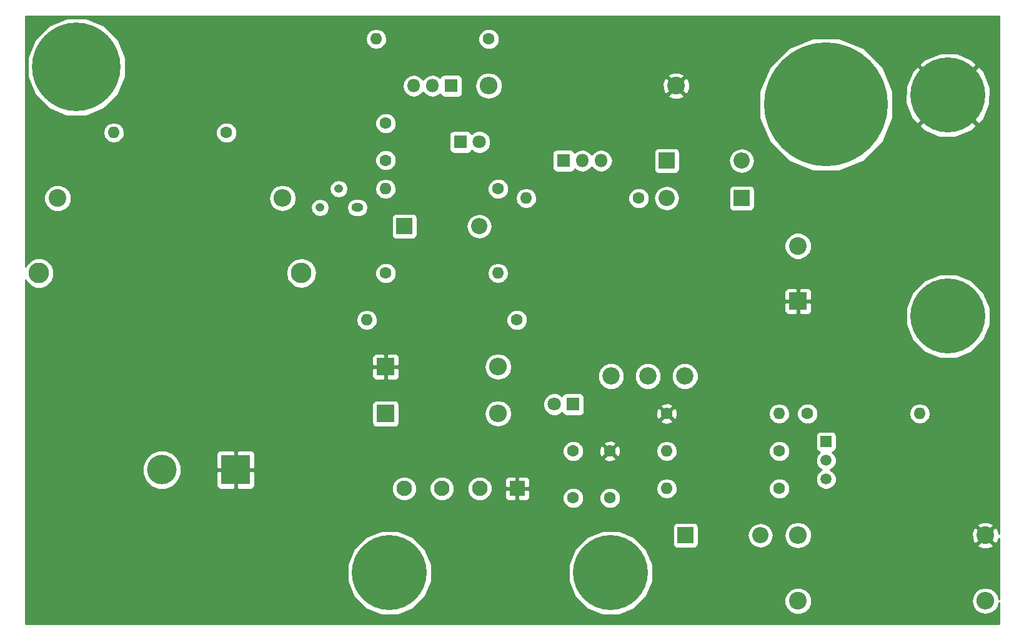
<source format=gbr>
G04 #@! TF.FileFunction,Copper,L1,Top,Plane*
%FSLAX46Y46*%
G04 Gerber Fmt 4.6, Leading zero omitted, Abs format (unit mm)*
G04 Created by KiCad (PCBNEW 4.0.7) date 06/09/18 23:49:40*
%MOMM*%
%LPD*%
G01*
G04 APERTURE LIST*
%ADD10C,0.100000*%
%ADD11C,1.600000*%
%ADD12R,4.000000X4.000000*%
%ADD13C,4.000000*%
%ADD14R,2.400000X2.400000*%
%ADD15C,2.400000*%
%ADD16R,2.100000X2.100000*%
%ADD17C,2.100000*%
%ADD18O,2.400000X2.400000*%
%ADD19R,1.800000X1.800000*%
%ADD20C,1.800000*%
%ADD21R,2.200000X2.200000*%
%ADD22O,2.200000X2.200000*%
%ADD23C,10.160000*%
%ADD24C,2.800000*%
%ADD25O,2.800000X2.800000*%
%ADD26C,1.520000*%
%ADD27R,1.520000X1.520000*%
%ADD28O,1.600000X1.200000*%
%ADD29O,1.200000X1.200000*%
%ADD30O,1.800000X1.800000*%
%ADD31O,1.600000X1.600000*%
%ADD32C,2.340000*%
%ADD33C,12.000000*%
%ADD34C,0.900000*%
%ADD35C,16.800000*%
%ADD36C,1.100000*%
%ADD37C,0.254000*%
G04 APERTURE END LIST*
D10*
D11*
X143510000Y-120650000D03*
X148510000Y-120650000D03*
D12*
X97790000Y-116840000D03*
D13*
X87790000Y-116840000D03*
D11*
X148510000Y-114300000D03*
X143510000Y-114300000D03*
X118110000Y-69850000D03*
X118110000Y-74850000D03*
D14*
X173990000Y-93980000D03*
D15*
X173990000Y-86480000D03*
D16*
X135950000Y-119380000D03*
D17*
X130850000Y-119380000D03*
X120650000Y-119380000D03*
X125750000Y-119380000D03*
D14*
X118110000Y-102870000D03*
D18*
X133350000Y-102870000D03*
D14*
X118110000Y-109220000D03*
D18*
X133350000Y-109220000D03*
D19*
X143510000Y-107950000D03*
D20*
X140970000Y-107950000D03*
D21*
X120650000Y-83820000D03*
D22*
X130810000Y-83820000D03*
D19*
X128270000Y-72390000D03*
D20*
X130810000Y-72390000D03*
D21*
X158750000Y-125730000D03*
D22*
X168910000Y-125730000D03*
D21*
X166370000Y-80010000D03*
D22*
X156210000Y-80010000D03*
D21*
X156210000Y-74930000D03*
D22*
X166370000Y-74930000D03*
D23*
X118620000Y-130810000D03*
X148590000Y-130810000D03*
X194310000Y-96010000D03*
X194310000Y-66040000D03*
D24*
X71120000Y-90170000D03*
D25*
X106680000Y-90170000D03*
D26*
X177800000Y-115570000D03*
X177800000Y-118110000D03*
D27*
X177800000Y-113030000D03*
D28*
X114300000Y-81280000D03*
D29*
X111760000Y-78740000D03*
X109220000Y-81280000D03*
D19*
X142240000Y-74930000D03*
D30*
X144780000Y-74930000D03*
X147320000Y-74930000D03*
D19*
X127000000Y-64770000D03*
D30*
X124460000Y-64770000D03*
X121920000Y-64770000D03*
D11*
X135890000Y-96520000D03*
D31*
X115570000Y-96520000D03*
D11*
X118110000Y-90170000D03*
D31*
X133350000Y-90170000D03*
D11*
X156210000Y-109220000D03*
D31*
X171450000Y-109220000D03*
D11*
X171450000Y-114300000D03*
D31*
X156210000Y-114300000D03*
D11*
X133350000Y-78740000D03*
D31*
X118110000Y-78740000D03*
D11*
X171450000Y-119380000D03*
D31*
X156210000Y-119380000D03*
D15*
X73660000Y-80010000D03*
D18*
X104140000Y-80010000D03*
D11*
X175260000Y-109220000D03*
D31*
X190500000Y-109220000D03*
D11*
X96520000Y-71120000D03*
D31*
X81280000Y-71120000D03*
D11*
X132080000Y-58420000D03*
D31*
X116840000Y-58420000D03*
D11*
X152400000Y-80010000D03*
D31*
X137160000Y-80010000D03*
D15*
X157480000Y-64770000D03*
D18*
X132080000Y-64770000D03*
D15*
X199390000Y-125730000D03*
D18*
X173990000Y-125730000D03*
D15*
X173990000Y-134620000D03*
D18*
X199390000Y-134620000D03*
D32*
X148670000Y-104140000D03*
X153670000Y-104140000D03*
X158670000Y-104140000D03*
D33*
X76200000Y-62230000D03*
D34*
X80700000Y-62230000D03*
X79381981Y-65411981D03*
X76200000Y-66730000D03*
X73018019Y-65411981D03*
X71700000Y-62230000D03*
X73018019Y-59048019D03*
X76200000Y-57730000D03*
X79381981Y-59048019D03*
D35*
X177800000Y-67310000D03*
D36*
X184100000Y-67310000D03*
X182254773Y-71764773D03*
X177800000Y-73610000D03*
X173345227Y-71764773D03*
X171500000Y-67310000D03*
X173345227Y-62855227D03*
X177800000Y-61010000D03*
X182254773Y-62855227D03*
D37*
G36*
X201220000Y-125529297D02*
X201213786Y-125312557D01*
X200974788Y-124735565D01*
X200687175Y-124612430D01*
X199569605Y-125730000D01*
X200687175Y-126847570D01*
X200974788Y-126724435D01*
X201220000Y-126080865D01*
X201220000Y-134414130D01*
X201121269Y-133917776D01*
X200723491Y-133322459D01*
X200128174Y-132924681D01*
X199425950Y-132785000D01*
X199354050Y-132785000D01*
X198651826Y-132924681D01*
X198056509Y-133322459D01*
X197658731Y-133917776D01*
X197519050Y-134620000D01*
X197658731Y-135322224D01*
X198056509Y-135917541D01*
X198651826Y-136315319D01*
X199354050Y-136455000D01*
X199425950Y-136455000D01*
X200128174Y-136315319D01*
X200723491Y-135917541D01*
X201121269Y-135322224D01*
X201220000Y-134825870D01*
X201220000Y-137720000D01*
X69290000Y-137720000D01*
X69290000Y-131941796D01*
X112904011Y-131941796D01*
X113772234Y-134043058D01*
X115378486Y-135652116D01*
X117478229Y-136524005D01*
X119751796Y-136525989D01*
X121853058Y-135657766D01*
X123462116Y-134051514D01*
X124334005Y-131951771D01*
X124334013Y-131941796D01*
X142874011Y-131941796D01*
X143742234Y-134043058D01*
X145348486Y-135652116D01*
X147448229Y-136524005D01*
X149721796Y-136525989D01*
X151823058Y-135657766D01*
X152498599Y-134983403D01*
X172154682Y-134983403D01*
X172433455Y-135658086D01*
X172949199Y-136174730D01*
X173623395Y-136454681D01*
X174353403Y-136455318D01*
X175028086Y-136176545D01*
X175544730Y-135660801D01*
X175824681Y-134986605D01*
X175825318Y-134256597D01*
X175546545Y-133581914D01*
X175030801Y-133065270D01*
X174356605Y-132785319D01*
X173626597Y-132784682D01*
X172951914Y-133063455D01*
X172435270Y-133579199D01*
X172155319Y-134253395D01*
X172154682Y-134983403D01*
X152498599Y-134983403D01*
X153432116Y-134051514D01*
X154304005Y-131951771D01*
X154305989Y-129678204D01*
X153437766Y-127576942D01*
X151831514Y-125967884D01*
X149731771Y-125095995D01*
X147458204Y-125094011D01*
X145356942Y-125962234D01*
X143747884Y-127568486D01*
X142875995Y-129668229D01*
X142874011Y-131941796D01*
X124334013Y-131941796D01*
X124335989Y-129678204D01*
X123467766Y-127576942D01*
X121861514Y-125967884D01*
X119761771Y-125095995D01*
X117488204Y-125094011D01*
X115386942Y-125962234D01*
X113777884Y-127568486D01*
X112905995Y-129668229D01*
X112904011Y-131941796D01*
X69290000Y-131941796D01*
X69290000Y-124630000D01*
X157002560Y-124630000D01*
X157002560Y-126830000D01*
X157046838Y-127065317D01*
X157185910Y-127281441D01*
X157398110Y-127426431D01*
X157650000Y-127477440D01*
X159850000Y-127477440D01*
X160085317Y-127433162D01*
X160301441Y-127294090D01*
X160446431Y-127081890D01*
X160497440Y-126830000D01*
X160497440Y-125730000D01*
X167141009Y-125730000D01*
X167273078Y-126393956D01*
X167649179Y-126956830D01*
X168212053Y-127332931D01*
X168876009Y-127465000D01*
X168943991Y-127465000D01*
X169607947Y-127332931D01*
X170170821Y-126956830D01*
X170546922Y-126393956D01*
X170678991Y-125730000D01*
X172119050Y-125730000D01*
X172258731Y-126432224D01*
X172656509Y-127027541D01*
X173251826Y-127425319D01*
X173954050Y-127565000D01*
X174025950Y-127565000D01*
X174728174Y-127425319D01*
X175323491Y-127027541D01*
X175323735Y-127027175D01*
X198272430Y-127027175D01*
X198395565Y-127314788D01*
X199077734Y-127574707D01*
X199807443Y-127553786D01*
X200384435Y-127314788D01*
X200507570Y-127027175D01*
X199390000Y-125909605D01*
X198272430Y-127027175D01*
X175323735Y-127027175D01*
X175721269Y-126432224D01*
X175860950Y-125730000D01*
X175798837Y-125417734D01*
X197545293Y-125417734D01*
X197566214Y-126147443D01*
X197805212Y-126724435D01*
X198092825Y-126847570D01*
X199210395Y-125730000D01*
X198092825Y-124612430D01*
X197805212Y-124735565D01*
X197545293Y-125417734D01*
X175798837Y-125417734D01*
X175721269Y-125027776D01*
X175323736Y-124432825D01*
X198272430Y-124432825D01*
X199390000Y-125550395D01*
X200507570Y-124432825D01*
X200384435Y-124145212D01*
X199702266Y-123885293D01*
X198972557Y-123906214D01*
X198395565Y-124145212D01*
X198272430Y-124432825D01*
X175323736Y-124432825D01*
X175323491Y-124432459D01*
X174728174Y-124034681D01*
X174025950Y-123895000D01*
X173954050Y-123895000D01*
X173251826Y-124034681D01*
X172656509Y-124432459D01*
X172258731Y-125027776D01*
X172119050Y-125730000D01*
X170678991Y-125730000D01*
X170546922Y-125066044D01*
X170170821Y-124503170D01*
X169607947Y-124127069D01*
X168943991Y-123995000D01*
X168876009Y-123995000D01*
X168212053Y-124127069D01*
X167649179Y-124503170D01*
X167273078Y-125066044D01*
X167141009Y-125730000D01*
X160497440Y-125730000D01*
X160497440Y-124630000D01*
X160453162Y-124394683D01*
X160314090Y-124178559D01*
X160101890Y-124033569D01*
X159850000Y-123982560D01*
X157650000Y-123982560D01*
X157414683Y-124026838D01*
X157198559Y-124165910D01*
X157053569Y-124378110D01*
X157002560Y-124630000D01*
X69290000Y-124630000D01*
X69290000Y-119713697D01*
X118964708Y-119713697D01*
X119220694Y-120333229D01*
X119694278Y-120807640D01*
X120313362Y-121064707D01*
X120983697Y-121065292D01*
X121603229Y-120809306D01*
X122077640Y-120335722D01*
X122334707Y-119716638D01*
X122334709Y-119713697D01*
X124064708Y-119713697D01*
X124320694Y-120333229D01*
X124794278Y-120807640D01*
X125413362Y-121064707D01*
X126083697Y-121065292D01*
X126703229Y-120809306D01*
X127177640Y-120335722D01*
X127434707Y-119716638D01*
X127434709Y-119713697D01*
X129164708Y-119713697D01*
X129420694Y-120333229D01*
X129894278Y-120807640D01*
X130513362Y-121064707D01*
X131183697Y-121065292D01*
X131803229Y-120809306D01*
X132277640Y-120335722D01*
X132534707Y-119716638D01*
X132534751Y-119665750D01*
X134265000Y-119665750D01*
X134265000Y-120556310D01*
X134361673Y-120789699D01*
X134540302Y-120968327D01*
X134773691Y-121065000D01*
X135664250Y-121065000D01*
X135823000Y-120906250D01*
X135823000Y-119507000D01*
X136077000Y-119507000D01*
X136077000Y-120906250D01*
X136235750Y-121065000D01*
X137126309Y-121065000D01*
X137359698Y-120968327D01*
X137393838Y-120934187D01*
X142074752Y-120934187D01*
X142292757Y-121461800D01*
X142696077Y-121865824D01*
X143223309Y-122084750D01*
X143794187Y-122085248D01*
X144321800Y-121867243D01*
X144725824Y-121463923D01*
X144944750Y-120936691D01*
X144944752Y-120934187D01*
X147074752Y-120934187D01*
X147292757Y-121461800D01*
X147696077Y-121865824D01*
X148223309Y-122084750D01*
X148794187Y-122085248D01*
X149321800Y-121867243D01*
X149725824Y-121463923D01*
X149944750Y-120936691D01*
X149945248Y-120365813D01*
X149727243Y-119838200D01*
X149323923Y-119434176D01*
X149193453Y-119380000D01*
X154746887Y-119380000D01*
X154856120Y-119929151D01*
X155167189Y-120394698D01*
X155632736Y-120705767D01*
X156181887Y-120815000D01*
X156238113Y-120815000D01*
X156787264Y-120705767D01*
X157252811Y-120394698D01*
X157563880Y-119929151D01*
X157616584Y-119664187D01*
X170014752Y-119664187D01*
X170232757Y-120191800D01*
X170636077Y-120595824D01*
X171163309Y-120814750D01*
X171734187Y-120815248D01*
X172261800Y-120597243D01*
X172665824Y-120193923D01*
X172884750Y-119666691D01*
X172885248Y-119095813D01*
X172667243Y-118568200D01*
X172263923Y-118164176D01*
X171736691Y-117945250D01*
X171165813Y-117944752D01*
X170638200Y-118162757D01*
X170234176Y-118566077D01*
X170015250Y-119093309D01*
X170014752Y-119664187D01*
X157616584Y-119664187D01*
X157673113Y-119380000D01*
X157563880Y-118830849D01*
X157252811Y-118365302D01*
X156787264Y-118054233D01*
X156238113Y-117945000D01*
X156181887Y-117945000D01*
X155632736Y-118054233D01*
X155167189Y-118365302D01*
X154856120Y-118830849D01*
X154746887Y-119380000D01*
X149193453Y-119380000D01*
X148796691Y-119215250D01*
X148225813Y-119214752D01*
X147698200Y-119432757D01*
X147294176Y-119836077D01*
X147075250Y-120363309D01*
X147074752Y-120934187D01*
X144944752Y-120934187D01*
X144945248Y-120365813D01*
X144727243Y-119838200D01*
X144323923Y-119434176D01*
X143796691Y-119215250D01*
X143225813Y-119214752D01*
X142698200Y-119432757D01*
X142294176Y-119836077D01*
X142075250Y-120363309D01*
X142074752Y-120934187D01*
X137393838Y-120934187D01*
X137538327Y-120789699D01*
X137635000Y-120556310D01*
X137635000Y-119665750D01*
X137476250Y-119507000D01*
X136077000Y-119507000D01*
X135823000Y-119507000D01*
X134423750Y-119507000D01*
X134265000Y-119665750D01*
X132534751Y-119665750D01*
X132535292Y-119046303D01*
X132279306Y-118426771D01*
X132056614Y-118203690D01*
X134265000Y-118203690D01*
X134265000Y-119094250D01*
X134423750Y-119253000D01*
X135823000Y-119253000D01*
X135823000Y-117853750D01*
X136077000Y-117853750D01*
X136077000Y-119253000D01*
X137476250Y-119253000D01*
X137635000Y-119094250D01*
X137635000Y-118203690D01*
X137538327Y-117970301D01*
X137359698Y-117791673D01*
X137126309Y-117695000D01*
X136235750Y-117695000D01*
X136077000Y-117853750D01*
X135823000Y-117853750D01*
X135664250Y-117695000D01*
X134773691Y-117695000D01*
X134540302Y-117791673D01*
X134361673Y-117970301D01*
X134265000Y-118203690D01*
X132056614Y-118203690D01*
X131805722Y-117952360D01*
X131186638Y-117695293D01*
X130516303Y-117694708D01*
X129896771Y-117950694D01*
X129422360Y-118424278D01*
X129165293Y-119043362D01*
X129164708Y-119713697D01*
X127434709Y-119713697D01*
X127435292Y-119046303D01*
X127179306Y-118426771D01*
X126705722Y-117952360D01*
X126086638Y-117695293D01*
X125416303Y-117694708D01*
X124796771Y-117950694D01*
X124322360Y-118424278D01*
X124065293Y-119043362D01*
X124064708Y-119713697D01*
X122334709Y-119713697D01*
X122335292Y-119046303D01*
X122079306Y-118426771D01*
X121605722Y-117952360D01*
X120986638Y-117695293D01*
X120316303Y-117694708D01*
X119696771Y-117950694D01*
X119222360Y-118424278D01*
X118965293Y-119043362D01*
X118964708Y-119713697D01*
X69290000Y-119713697D01*
X69290000Y-117361834D01*
X85154543Y-117361834D01*
X85554853Y-118330658D01*
X86295443Y-119072542D01*
X87263567Y-119474542D01*
X88311834Y-119475457D01*
X89280658Y-119075147D01*
X90022542Y-118334557D01*
X90424542Y-117366433D01*
X90424752Y-117125750D01*
X95155000Y-117125750D01*
X95155000Y-118966310D01*
X95251673Y-119199699D01*
X95430302Y-119378327D01*
X95663691Y-119475000D01*
X97504250Y-119475000D01*
X97663000Y-119316250D01*
X97663000Y-116967000D01*
X97917000Y-116967000D01*
X97917000Y-119316250D01*
X98075750Y-119475000D01*
X99916309Y-119475000D01*
X100149698Y-119378327D01*
X100328327Y-119199699D01*
X100425000Y-118966310D01*
X100425000Y-117125750D01*
X100266250Y-116967000D01*
X97917000Y-116967000D01*
X97663000Y-116967000D01*
X95313750Y-116967000D01*
X95155000Y-117125750D01*
X90424752Y-117125750D01*
X90425457Y-116318166D01*
X90025147Y-115349342D01*
X89390604Y-114713690D01*
X95155000Y-114713690D01*
X95155000Y-116554250D01*
X95313750Y-116713000D01*
X97663000Y-116713000D01*
X97663000Y-114363750D01*
X97917000Y-114363750D01*
X97917000Y-116713000D01*
X100266250Y-116713000D01*
X100425000Y-116554250D01*
X100425000Y-114713690D01*
X100371359Y-114584187D01*
X142074752Y-114584187D01*
X142292757Y-115111800D01*
X142696077Y-115515824D01*
X143223309Y-115734750D01*
X143794187Y-115735248D01*
X144321800Y-115517243D01*
X144531663Y-115307745D01*
X147681861Y-115307745D01*
X147755995Y-115553864D01*
X148293223Y-115746965D01*
X148863454Y-115719778D01*
X149264005Y-115553864D01*
X149338139Y-115307745D01*
X148510000Y-114479605D01*
X147681861Y-115307745D01*
X144531663Y-115307745D01*
X144725824Y-115113923D01*
X144944750Y-114586691D01*
X144945189Y-114083223D01*
X147063035Y-114083223D01*
X147090222Y-114653454D01*
X147256136Y-115054005D01*
X147502255Y-115128139D01*
X148330395Y-114300000D01*
X148689605Y-114300000D01*
X149517745Y-115128139D01*
X149763864Y-115054005D01*
X149956965Y-114516777D01*
X149946630Y-114300000D01*
X154746887Y-114300000D01*
X154856120Y-114849151D01*
X155167189Y-115314698D01*
X155632736Y-115625767D01*
X156181887Y-115735000D01*
X156238113Y-115735000D01*
X156787264Y-115625767D01*
X157252811Y-115314698D01*
X157563880Y-114849151D01*
X157616584Y-114584187D01*
X170014752Y-114584187D01*
X170232757Y-115111800D01*
X170636077Y-115515824D01*
X171163309Y-115734750D01*
X171734187Y-115735248D01*
X172261800Y-115517243D01*
X172665824Y-115113923D01*
X172884750Y-114586691D01*
X172885248Y-114015813D01*
X172667243Y-113488200D01*
X172263923Y-113084176D01*
X171736691Y-112865250D01*
X171165813Y-112864752D01*
X170638200Y-113082757D01*
X170234176Y-113486077D01*
X170015250Y-114013309D01*
X170014752Y-114584187D01*
X157616584Y-114584187D01*
X157673113Y-114300000D01*
X157563880Y-113750849D01*
X157252811Y-113285302D01*
X156787264Y-112974233D01*
X156238113Y-112865000D01*
X156181887Y-112865000D01*
X155632736Y-112974233D01*
X155167189Y-113285302D01*
X154856120Y-113750849D01*
X154746887Y-114300000D01*
X149946630Y-114300000D01*
X149929778Y-113946546D01*
X149763864Y-113545995D01*
X149517745Y-113471861D01*
X148689605Y-114300000D01*
X148330395Y-114300000D01*
X147502255Y-113471861D01*
X147256136Y-113545995D01*
X147063035Y-114083223D01*
X144945189Y-114083223D01*
X144945248Y-114015813D01*
X144727243Y-113488200D01*
X144531640Y-113292255D01*
X147681861Y-113292255D01*
X148510000Y-114120395D01*
X149338139Y-113292255D01*
X149264005Y-113046136D01*
X148726777Y-112853035D01*
X148156546Y-112880222D01*
X147755995Y-113046136D01*
X147681861Y-113292255D01*
X144531640Y-113292255D01*
X144323923Y-113084176D01*
X143796691Y-112865250D01*
X143225813Y-112864752D01*
X142698200Y-113082757D01*
X142294176Y-113486077D01*
X142075250Y-114013309D01*
X142074752Y-114584187D01*
X100371359Y-114584187D01*
X100328327Y-114480301D01*
X100149698Y-114301673D01*
X99916309Y-114205000D01*
X98075750Y-114205000D01*
X97917000Y-114363750D01*
X97663000Y-114363750D01*
X97504250Y-114205000D01*
X95663691Y-114205000D01*
X95430302Y-114301673D01*
X95251673Y-114480301D01*
X95155000Y-114713690D01*
X89390604Y-114713690D01*
X89284557Y-114607458D01*
X88316433Y-114205458D01*
X87268166Y-114204543D01*
X86299342Y-114604853D01*
X85557458Y-115345443D01*
X85155458Y-116313567D01*
X85154543Y-117361834D01*
X69290000Y-117361834D01*
X69290000Y-112270000D01*
X176392560Y-112270000D01*
X176392560Y-113790000D01*
X176436838Y-114025317D01*
X176575910Y-114241441D01*
X176788110Y-114386431D01*
X176973480Y-114423969D01*
X176618066Y-114778764D01*
X176405242Y-115291300D01*
X176404758Y-115846265D01*
X176616687Y-116359172D01*
X177008764Y-116751934D01*
X177220738Y-116839954D01*
X177010828Y-116926687D01*
X176618066Y-117318764D01*
X176405242Y-117831300D01*
X176404758Y-118386265D01*
X176616687Y-118899172D01*
X177008764Y-119291934D01*
X177521300Y-119504758D01*
X178076265Y-119505242D01*
X178589172Y-119293313D01*
X178981934Y-118901236D01*
X179194758Y-118388700D01*
X179195242Y-117833735D01*
X178983313Y-117320828D01*
X178591236Y-116928066D01*
X178379262Y-116840046D01*
X178589172Y-116753313D01*
X178981934Y-116361236D01*
X179194758Y-115848700D01*
X179195242Y-115293735D01*
X178983313Y-114780828D01*
X178627790Y-114424684D01*
X178795317Y-114393162D01*
X179011441Y-114254090D01*
X179156431Y-114041890D01*
X179207440Y-113790000D01*
X179207440Y-112270000D01*
X179163162Y-112034683D01*
X179024090Y-111818559D01*
X178811890Y-111673569D01*
X178560000Y-111622560D01*
X177040000Y-111622560D01*
X176804683Y-111666838D01*
X176588559Y-111805910D01*
X176443569Y-112018110D01*
X176392560Y-112270000D01*
X69290000Y-112270000D01*
X69290000Y-108020000D01*
X116262560Y-108020000D01*
X116262560Y-110420000D01*
X116306838Y-110655317D01*
X116445910Y-110871441D01*
X116658110Y-111016431D01*
X116910000Y-111067440D01*
X119310000Y-111067440D01*
X119545317Y-111023162D01*
X119761441Y-110884090D01*
X119906431Y-110671890D01*
X119957440Y-110420000D01*
X119957440Y-109220000D01*
X131479050Y-109220000D01*
X131618731Y-109922224D01*
X132016509Y-110517541D01*
X132611826Y-110915319D01*
X133314050Y-111055000D01*
X133385950Y-111055000D01*
X134088174Y-110915319D01*
X134683491Y-110517541D01*
X134877126Y-110227745D01*
X155381861Y-110227745D01*
X155455995Y-110473864D01*
X155993223Y-110666965D01*
X156563454Y-110639778D01*
X156964005Y-110473864D01*
X157038139Y-110227745D01*
X156210000Y-109399605D01*
X155381861Y-110227745D01*
X134877126Y-110227745D01*
X135081269Y-109922224D01*
X135220950Y-109220000D01*
X135081269Y-108517776D01*
X134905014Y-108253991D01*
X139434735Y-108253991D01*
X139667932Y-108818371D01*
X140099357Y-109250551D01*
X140663330Y-109484733D01*
X141273991Y-109485265D01*
X141838371Y-109252068D01*
X142006613Y-109084120D01*
X142006838Y-109085317D01*
X142145910Y-109301441D01*
X142358110Y-109446431D01*
X142610000Y-109497440D01*
X144410000Y-109497440D01*
X144645317Y-109453162D01*
X144861441Y-109314090D01*
X145006431Y-109101890D01*
X145026411Y-109003223D01*
X154763035Y-109003223D01*
X154790222Y-109573454D01*
X154956136Y-109974005D01*
X155202255Y-110048139D01*
X156030395Y-109220000D01*
X156389605Y-109220000D01*
X157217745Y-110048139D01*
X157463864Y-109974005D01*
X157656965Y-109436777D01*
X157646630Y-109220000D01*
X169986887Y-109220000D01*
X170096120Y-109769151D01*
X170407189Y-110234698D01*
X170872736Y-110545767D01*
X171421887Y-110655000D01*
X171478113Y-110655000D01*
X172027264Y-110545767D01*
X172492811Y-110234698D01*
X172803880Y-109769151D01*
X172856584Y-109504187D01*
X173824752Y-109504187D01*
X174042757Y-110031800D01*
X174446077Y-110435824D01*
X174973309Y-110654750D01*
X175544187Y-110655248D01*
X176071800Y-110437243D01*
X176475824Y-110033923D01*
X176694750Y-109506691D01*
X176695000Y-109220000D01*
X189036887Y-109220000D01*
X189146120Y-109769151D01*
X189457189Y-110234698D01*
X189922736Y-110545767D01*
X190471887Y-110655000D01*
X190528113Y-110655000D01*
X191077264Y-110545767D01*
X191542811Y-110234698D01*
X191853880Y-109769151D01*
X191963113Y-109220000D01*
X191853880Y-108670849D01*
X191542811Y-108205302D01*
X191077264Y-107894233D01*
X190528113Y-107785000D01*
X190471887Y-107785000D01*
X189922736Y-107894233D01*
X189457189Y-108205302D01*
X189146120Y-108670849D01*
X189036887Y-109220000D01*
X176695000Y-109220000D01*
X176695248Y-108935813D01*
X176477243Y-108408200D01*
X176073923Y-108004176D01*
X175546691Y-107785250D01*
X174975813Y-107784752D01*
X174448200Y-108002757D01*
X174044176Y-108406077D01*
X173825250Y-108933309D01*
X173824752Y-109504187D01*
X172856584Y-109504187D01*
X172913113Y-109220000D01*
X172803880Y-108670849D01*
X172492811Y-108205302D01*
X172027264Y-107894233D01*
X171478113Y-107785000D01*
X171421887Y-107785000D01*
X170872736Y-107894233D01*
X170407189Y-108205302D01*
X170096120Y-108670849D01*
X169986887Y-109220000D01*
X157646630Y-109220000D01*
X157629778Y-108866546D01*
X157463864Y-108465995D01*
X157217745Y-108391861D01*
X156389605Y-109220000D01*
X156030395Y-109220000D01*
X155202255Y-108391861D01*
X154956136Y-108465995D01*
X154763035Y-109003223D01*
X145026411Y-109003223D01*
X145057440Y-108850000D01*
X145057440Y-108212255D01*
X155381861Y-108212255D01*
X156210000Y-109040395D01*
X157038139Y-108212255D01*
X156964005Y-107966136D01*
X156426777Y-107773035D01*
X155856546Y-107800222D01*
X155455995Y-107966136D01*
X155381861Y-108212255D01*
X145057440Y-108212255D01*
X145057440Y-107050000D01*
X145013162Y-106814683D01*
X144874090Y-106598559D01*
X144661890Y-106453569D01*
X144410000Y-106402560D01*
X142610000Y-106402560D01*
X142374683Y-106446838D01*
X142158559Y-106585910D01*
X142013569Y-106798110D01*
X142009433Y-106818534D01*
X141840643Y-106649449D01*
X141276670Y-106415267D01*
X140666009Y-106414735D01*
X140101629Y-106647932D01*
X139669449Y-107079357D01*
X139435267Y-107643330D01*
X139434735Y-108253991D01*
X134905014Y-108253991D01*
X134683491Y-107922459D01*
X134088174Y-107524681D01*
X133385950Y-107385000D01*
X133314050Y-107385000D01*
X132611826Y-107524681D01*
X132016509Y-107922459D01*
X131618731Y-108517776D01*
X131479050Y-109220000D01*
X119957440Y-109220000D01*
X119957440Y-108020000D01*
X119913162Y-107784683D01*
X119774090Y-107568559D01*
X119561890Y-107423569D01*
X119310000Y-107372560D01*
X116910000Y-107372560D01*
X116674683Y-107416838D01*
X116458559Y-107555910D01*
X116313569Y-107768110D01*
X116262560Y-108020000D01*
X69290000Y-108020000D01*
X69290000Y-103155750D01*
X116275000Y-103155750D01*
X116275000Y-104196310D01*
X116371673Y-104429699D01*
X116550302Y-104608327D01*
X116783691Y-104705000D01*
X117824250Y-104705000D01*
X117983000Y-104546250D01*
X117983000Y-102997000D01*
X118237000Y-102997000D01*
X118237000Y-104546250D01*
X118395750Y-104705000D01*
X119436309Y-104705000D01*
X119669698Y-104608327D01*
X119848327Y-104429699D01*
X119945000Y-104196310D01*
X119945000Y-103155750D01*
X119786250Y-102997000D01*
X118237000Y-102997000D01*
X117983000Y-102997000D01*
X116433750Y-102997000D01*
X116275000Y-103155750D01*
X69290000Y-103155750D01*
X69290000Y-102870000D01*
X131479050Y-102870000D01*
X131618731Y-103572224D01*
X132016509Y-104167541D01*
X132611826Y-104565319D01*
X133314050Y-104705000D01*
X133385950Y-104705000D01*
X134088174Y-104565319D01*
X134189729Y-104497462D01*
X146864687Y-104497462D01*
X147138903Y-105161115D01*
X147646215Y-105669312D01*
X148309388Y-105944686D01*
X149027462Y-105945313D01*
X149691115Y-105671097D01*
X150199312Y-105163785D01*
X150474686Y-104500612D01*
X150474688Y-104497462D01*
X151864687Y-104497462D01*
X152138903Y-105161115D01*
X152646215Y-105669312D01*
X153309388Y-105944686D01*
X154027462Y-105945313D01*
X154691115Y-105671097D01*
X155199312Y-105163785D01*
X155474686Y-104500612D01*
X155474688Y-104497462D01*
X156864687Y-104497462D01*
X157138903Y-105161115D01*
X157646215Y-105669312D01*
X158309388Y-105944686D01*
X159027462Y-105945313D01*
X159691115Y-105671097D01*
X160199312Y-105163785D01*
X160474686Y-104500612D01*
X160475313Y-103782538D01*
X160201097Y-103118885D01*
X159693785Y-102610688D01*
X159030612Y-102335314D01*
X158312538Y-102334687D01*
X157648885Y-102608903D01*
X157140688Y-103116215D01*
X156865314Y-103779388D01*
X156864687Y-104497462D01*
X155474688Y-104497462D01*
X155475313Y-103782538D01*
X155201097Y-103118885D01*
X154693785Y-102610688D01*
X154030612Y-102335314D01*
X153312538Y-102334687D01*
X152648885Y-102608903D01*
X152140688Y-103116215D01*
X151865314Y-103779388D01*
X151864687Y-104497462D01*
X150474688Y-104497462D01*
X150475313Y-103782538D01*
X150201097Y-103118885D01*
X149693785Y-102610688D01*
X149030612Y-102335314D01*
X148312538Y-102334687D01*
X147648885Y-102608903D01*
X147140688Y-103116215D01*
X146865314Y-103779388D01*
X146864687Y-104497462D01*
X134189729Y-104497462D01*
X134683491Y-104167541D01*
X135081269Y-103572224D01*
X135220950Y-102870000D01*
X135081269Y-102167776D01*
X134683491Y-101572459D01*
X134088174Y-101174681D01*
X133385950Y-101035000D01*
X133314050Y-101035000D01*
X132611826Y-101174681D01*
X132016509Y-101572459D01*
X131618731Y-102167776D01*
X131479050Y-102870000D01*
X69290000Y-102870000D01*
X69290000Y-101543690D01*
X116275000Y-101543690D01*
X116275000Y-102584250D01*
X116433750Y-102743000D01*
X117983000Y-102743000D01*
X117983000Y-101193750D01*
X118237000Y-101193750D01*
X118237000Y-102743000D01*
X119786250Y-102743000D01*
X119945000Y-102584250D01*
X119945000Y-101543690D01*
X119848327Y-101310301D01*
X119669698Y-101131673D01*
X119436309Y-101035000D01*
X118395750Y-101035000D01*
X118237000Y-101193750D01*
X117983000Y-101193750D01*
X117824250Y-101035000D01*
X116783691Y-101035000D01*
X116550302Y-101131673D01*
X116371673Y-101310301D01*
X116275000Y-101543690D01*
X69290000Y-101543690D01*
X69290000Y-96520000D01*
X114106887Y-96520000D01*
X114216120Y-97069151D01*
X114527189Y-97534698D01*
X114992736Y-97845767D01*
X115541887Y-97955000D01*
X115598113Y-97955000D01*
X116147264Y-97845767D01*
X116612811Y-97534698D01*
X116923880Y-97069151D01*
X116976584Y-96804187D01*
X134454752Y-96804187D01*
X134672757Y-97331800D01*
X135076077Y-97735824D01*
X135603309Y-97954750D01*
X136174187Y-97955248D01*
X136701800Y-97737243D01*
X137105824Y-97333923D01*
X137185602Y-97141796D01*
X188594011Y-97141796D01*
X189462234Y-99243058D01*
X191068486Y-100852116D01*
X193168229Y-101724005D01*
X195441796Y-101725989D01*
X197543058Y-100857766D01*
X199152116Y-99251514D01*
X200024005Y-97151771D01*
X200025989Y-94878204D01*
X199157766Y-92776942D01*
X197551514Y-91167884D01*
X195451771Y-90295995D01*
X193178204Y-90294011D01*
X191076942Y-91162234D01*
X189467884Y-92768486D01*
X188595995Y-94868229D01*
X188594011Y-97141796D01*
X137185602Y-97141796D01*
X137324750Y-96806691D01*
X137325248Y-96235813D01*
X137107243Y-95708200D01*
X136703923Y-95304176D01*
X136176691Y-95085250D01*
X135605813Y-95084752D01*
X135078200Y-95302757D01*
X134674176Y-95706077D01*
X134455250Y-96233309D01*
X134454752Y-96804187D01*
X116976584Y-96804187D01*
X117033113Y-96520000D01*
X116923880Y-95970849D01*
X116612811Y-95505302D01*
X116147264Y-95194233D01*
X115598113Y-95085000D01*
X115541887Y-95085000D01*
X114992736Y-95194233D01*
X114527189Y-95505302D01*
X114216120Y-95970849D01*
X114106887Y-96520000D01*
X69290000Y-96520000D01*
X69290000Y-94265750D01*
X172155000Y-94265750D01*
X172155000Y-95306309D01*
X172251673Y-95539698D01*
X172430301Y-95718327D01*
X172663690Y-95815000D01*
X173704250Y-95815000D01*
X173863000Y-95656250D01*
X173863000Y-94107000D01*
X174117000Y-94107000D01*
X174117000Y-95656250D01*
X174275750Y-95815000D01*
X175316310Y-95815000D01*
X175549699Y-95718327D01*
X175728327Y-95539698D01*
X175825000Y-95306309D01*
X175825000Y-94265750D01*
X175666250Y-94107000D01*
X174117000Y-94107000D01*
X173863000Y-94107000D01*
X172313750Y-94107000D01*
X172155000Y-94265750D01*
X69290000Y-94265750D01*
X69290000Y-92653691D01*
X172155000Y-92653691D01*
X172155000Y-93694250D01*
X172313750Y-93853000D01*
X173863000Y-93853000D01*
X173863000Y-92303750D01*
X174117000Y-92303750D01*
X174117000Y-93853000D01*
X175666250Y-93853000D01*
X175825000Y-93694250D01*
X175825000Y-92653691D01*
X175728327Y-92420302D01*
X175549699Y-92241673D01*
X175316310Y-92145000D01*
X174275750Y-92145000D01*
X174117000Y-92303750D01*
X173863000Y-92303750D01*
X173704250Y-92145000D01*
X172663690Y-92145000D01*
X172430301Y-92241673D01*
X172251673Y-92420302D01*
X172155000Y-92653691D01*
X69290000Y-92653691D01*
X69290000Y-91070001D01*
X69393805Y-91321229D01*
X69965760Y-91894183D01*
X70713438Y-92204646D01*
X71523011Y-92205352D01*
X72271229Y-91896195D01*
X72844183Y-91324240D01*
X73154646Y-90576562D01*
X73155000Y-90170000D01*
X104605132Y-90170000D01*
X104760037Y-90948761D01*
X105201170Y-91608962D01*
X105861371Y-92050095D01*
X106640132Y-92205000D01*
X106719868Y-92205000D01*
X107498629Y-92050095D01*
X108158830Y-91608962D01*
X108599963Y-90948761D01*
X108698339Y-90454187D01*
X116674752Y-90454187D01*
X116892757Y-90981800D01*
X117296077Y-91385824D01*
X117823309Y-91604750D01*
X118394187Y-91605248D01*
X118921800Y-91387243D01*
X119325824Y-90983923D01*
X119544750Y-90456691D01*
X119545000Y-90170000D01*
X131886887Y-90170000D01*
X131996120Y-90719151D01*
X132307189Y-91184698D01*
X132772736Y-91495767D01*
X133321887Y-91605000D01*
X133378113Y-91605000D01*
X133927264Y-91495767D01*
X134392811Y-91184698D01*
X134703880Y-90719151D01*
X134813113Y-90170000D01*
X134703880Y-89620849D01*
X134392811Y-89155302D01*
X133927264Y-88844233D01*
X133378113Y-88735000D01*
X133321887Y-88735000D01*
X132772736Y-88844233D01*
X132307189Y-89155302D01*
X131996120Y-89620849D01*
X131886887Y-90170000D01*
X119545000Y-90170000D01*
X119545248Y-89885813D01*
X119327243Y-89358200D01*
X118923923Y-88954176D01*
X118396691Y-88735250D01*
X117825813Y-88734752D01*
X117298200Y-88952757D01*
X116894176Y-89356077D01*
X116675250Y-89883309D01*
X116674752Y-90454187D01*
X108698339Y-90454187D01*
X108754868Y-90170000D01*
X108599963Y-89391239D01*
X108158830Y-88731038D01*
X107498629Y-88289905D01*
X106719868Y-88135000D01*
X106640132Y-88135000D01*
X105861371Y-88289905D01*
X105201170Y-88731038D01*
X104760037Y-89391239D01*
X104605132Y-90170000D01*
X73155000Y-90170000D01*
X73155352Y-89766989D01*
X72846195Y-89018771D01*
X72274240Y-88445817D01*
X71526562Y-88135354D01*
X70716989Y-88134648D01*
X69968771Y-88443805D01*
X69395817Y-89015760D01*
X69290000Y-89270596D01*
X69290000Y-86843403D01*
X172154682Y-86843403D01*
X172433455Y-87518086D01*
X172949199Y-88034730D01*
X173623395Y-88314681D01*
X174353403Y-88315318D01*
X175028086Y-88036545D01*
X175544730Y-87520801D01*
X175824681Y-86846605D01*
X175825318Y-86116597D01*
X175546545Y-85441914D01*
X175030801Y-84925270D01*
X174356605Y-84645319D01*
X173626597Y-84644682D01*
X172951914Y-84923455D01*
X172435270Y-85439199D01*
X172155319Y-86113395D01*
X172154682Y-86843403D01*
X69290000Y-86843403D01*
X69290000Y-82720000D01*
X118902560Y-82720000D01*
X118902560Y-84920000D01*
X118946838Y-85155317D01*
X119085910Y-85371441D01*
X119298110Y-85516431D01*
X119550000Y-85567440D01*
X121750000Y-85567440D01*
X121985317Y-85523162D01*
X122201441Y-85384090D01*
X122346431Y-85171890D01*
X122397440Y-84920000D01*
X122397440Y-83820000D01*
X129041009Y-83820000D01*
X129173078Y-84483956D01*
X129549179Y-85046830D01*
X130112053Y-85422931D01*
X130776009Y-85555000D01*
X130843991Y-85555000D01*
X131507947Y-85422931D01*
X132070821Y-85046830D01*
X132446922Y-84483956D01*
X132578991Y-83820000D01*
X132446922Y-83156044D01*
X132070821Y-82593170D01*
X131507947Y-82217069D01*
X130843991Y-82085000D01*
X130776009Y-82085000D01*
X130112053Y-82217069D01*
X129549179Y-82593170D01*
X129173078Y-83156044D01*
X129041009Y-83820000D01*
X122397440Y-83820000D01*
X122397440Y-82720000D01*
X122353162Y-82484683D01*
X122214090Y-82268559D01*
X122001890Y-82123569D01*
X121750000Y-82072560D01*
X119550000Y-82072560D01*
X119314683Y-82116838D01*
X119098559Y-82255910D01*
X118953569Y-82468110D01*
X118902560Y-82720000D01*
X69290000Y-82720000D01*
X69290000Y-80373403D01*
X71824682Y-80373403D01*
X72103455Y-81048086D01*
X72619199Y-81564730D01*
X73293395Y-81844681D01*
X74023403Y-81845318D01*
X74698086Y-81566545D01*
X75214730Y-81050801D01*
X75494681Y-80376605D01*
X75495000Y-80010000D01*
X102269050Y-80010000D01*
X102408731Y-80712224D01*
X102806509Y-81307541D01*
X103401826Y-81705319D01*
X104104050Y-81845000D01*
X104175950Y-81845000D01*
X104878174Y-81705319D01*
X105473491Y-81307541D01*
X105491893Y-81280000D01*
X107960805Y-81280000D01*
X108054814Y-81752614D01*
X108322528Y-82153277D01*
X108723191Y-82420991D01*
X109195805Y-82515000D01*
X109244195Y-82515000D01*
X109716809Y-82420991D01*
X110117472Y-82153277D01*
X110385186Y-81752614D01*
X110479195Y-81280000D01*
X112836887Y-81280000D01*
X112930896Y-81752614D01*
X113198610Y-82153277D01*
X113599273Y-82420991D01*
X114071887Y-82515000D01*
X114528113Y-82515000D01*
X115000727Y-82420991D01*
X115401390Y-82153277D01*
X115669104Y-81752614D01*
X115763113Y-81280000D01*
X115669104Y-80807386D01*
X115401390Y-80406723D01*
X115000727Y-80139009D01*
X114528113Y-80045000D01*
X114071887Y-80045000D01*
X113599273Y-80139009D01*
X113198610Y-80406723D01*
X112930896Y-80807386D01*
X112836887Y-81280000D01*
X110479195Y-81280000D01*
X110385186Y-80807386D01*
X110117472Y-80406723D01*
X109716809Y-80139009D01*
X109244195Y-80045000D01*
X109195805Y-80045000D01*
X108723191Y-80139009D01*
X108322528Y-80406723D01*
X108054814Y-80807386D01*
X107960805Y-81280000D01*
X105491893Y-81280000D01*
X105871269Y-80712224D01*
X106010950Y-80010000D01*
X105871269Y-79307776D01*
X105491894Y-78740000D01*
X110500805Y-78740000D01*
X110594814Y-79212614D01*
X110862528Y-79613277D01*
X111263191Y-79880991D01*
X111735805Y-79975000D01*
X111784195Y-79975000D01*
X112256809Y-79880991D01*
X112657472Y-79613277D01*
X112925186Y-79212614D01*
X113019195Y-78740000D01*
X116646887Y-78740000D01*
X116756120Y-79289151D01*
X117067189Y-79754698D01*
X117532736Y-80065767D01*
X118081887Y-80175000D01*
X118138113Y-80175000D01*
X118687264Y-80065767D01*
X119152811Y-79754698D01*
X119463880Y-79289151D01*
X119516584Y-79024187D01*
X131914752Y-79024187D01*
X132132757Y-79551800D01*
X132536077Y-79955824D01*
X133063309Y-80174750D01*
X133634187Y-80175248D01*
X134034118Y-80010000D01*
X135696887Y-80010000D01*
X135806120Y-80559151D01*
X136117189Y-81024698D01*
X136582736Y-81335767D01*
X137131887Y-81445000D01*
X137188113Y-81445000D01*
X137737264Y-81335767D01*
X138202811Y-81024698D01*
X138513880Y-80559151D01*
X138566584Y-80294187D01*
X150964752Y-80294187D01*
X151182757Y-80821800D01*
X151586077Y-81225824D01*
X152113309Y-81444750D01*
X152684187Y-81445248D01*
X153211800Y-81227243D01*
X153615824Y-80823923D01*
X153834750Y-80296691D01*
X153835000Y-80010000D01*
X154441009Y-80010000D01*
X154573078Y-80673956D01*
X154949179Y-81236830D01*
X155512053Y-81612931D01*
X156176009Y-81745000D01*
X156243991Y-81745000D01*
X156907947Y-81612931D01*
X157470821Y-81236830D01*
X157846922Y-80673956D01*
X157978991Y-80010000D01*
X157846922Y-79346044D01*
X157555567Y-78910000D01*
X164622560Y-78910000D01*
X164622560Y-81110000D01*
X164666838Y-81345317D01*
X164805910Y-81561441D01*
X165018110Y-81706431D01*
X165270000Y-81757440D01*
X167470000Y-81757440D01*
X167705317Y-81713162D01*
X167921441Y-81574090D01*
X168066431Y-81361890D01*
X168117440Y-81110000D01*
X168117440Y-78910000D01*
X168073162Y-78674683D01*
X167934090Y-78458559D01*
X167721890Y-78313569D01*
X167470000Y-78262560D01*
X165270000Y-78262560D01*
X165034683Y-78306838D01*
X164818559Y-78445910D01*
X164673569Y-78658110D01*
X164622560Y-78910000D01*
X157555567Y-78910000D01*
X157470821Y-78783170D01*
X156907947Y-78407069D01*
X156243991Y-78275000D01*
X156176009Y-78275000D01*
X155512053Y-78407069D01*
X154949179Y-78783170D01*
X154573078Y-79346044D01*
X154441009Y-80010000D01*
X153835000Y-80010000D01*
X153835248Y-79725813D01*
X153617243Y-79198200D01*
X153213923Y-78794176D01*
X152686691Y-78575250D01*
X152115813Y-78574752D01*
X151588200Y-78792757D01*
X151184176Y-79196077D01*
X150965250Y-79723309D01*
X150964752Y-80294187D01*
X138566584Y-80294187D01*
X138623113Y-80010000D01*
X138513880Y-79460849D01*
X138202811Y-78995302D01*
X137737264Y-78684233D01*
X137188113Y-78575000D01*
X137131887Y-78575000D01*
X136582736Y-78684233D01*
X136117189Y-78995302D01*
X135806120Y-79460849D01*
X135696887Y-80010000D01*
X134034118Y-80010000D01*
X134161800Y-79957243D01*
X134565824Y-79553923D01*
X134784750Y-79026691D01*
X134785248Y-78455813D01*
X134567243Y-77928200D01*
X134163923Y-77524176D01*
X133636691Y-77305250D01*
X133065813Y-77304752D01*
X132538200Y-77522757D01*
X132134176Y-77926077D01*
X131915250Y-78453309D01*
X131914752Y-79024187D01*
X119516584Y-79024187D01*
X119573113Y-78740000D01*
X119463880Y-78190849D01*
X119152811Y-77725302D01*
X118687264Y-77414233D01*
X118138113Y-77305000D01*
X118081887Y-77305000D01*
X117532736Y-77414233D01*
X117067189Y-77725302D01*
X116756120Y-78190849D01*
X116646887Y-78740000D01*
X113019195Y-78740000D01*
X112925186Y-78267386D01*
X112657472Y-77866723D01*
X112256809Y-77599009D01*
X111784195Y-77505000D01*
X111735805Y-77505000D01*
X111263191Y-77599009D01*
X110862528Y-77866723D01*
X110594814Y-78267386D01*
X110500805Y-78740000D01*
X105491894Y-78740000D01*
X105473491Y-78712459D01*
X104878174Y-78314681D01*
X104175950Y-78175000D01*
X104104050Y-78175000D01*
X103401826Y-78314681D01*
X102806509Y-78712459D01*
X102408731Y-79307776D01*
X102269050Y-80010000D01*
X75495000Y-80010000D01*
X75495318Y-79646597D01*
X75216545Y-78971914D01*
X74700801Y-78455270D01*
X74026605Y-78175319D01*
X73296597Y-78174682D01*
X72621914Y-78453455D01*
X72105270Y-78969199D01*
X71825319Y-79643395D01*
X71824682Y-80373403D01*
X69290000Y-80373403D01*
X69290000Y-75134187D01*
X116674752Y-75134187D01*
X116892757Y-75661800D01*
X117296077Y-76065824D01*
X117823309Y-76284750D01*
X118394187Y-76285248D01*
X118921800Y-76067243D01*
X119325824Y-75663923D01*
X119544750Y-75136691D01*
X119545248Y-74565813D01*
X119327243Y-74038200D01*
X119319058Y-74030000D01*
X140692560Y-74030000D01*
X140692560Y-75830000D01*
X140736838Y-76065317D01*
X140875910Y-76281441D01*
X141088110Y-76426431D01*
X141340000Y-76477440D01*
X143140000Y-76477440D01*
X143375317Y-76433162D01*
X143591441Y-76294090D01*
X143736431Y-76081890D01*
X143739719Y-76065656D01*
X144162509Y-76348155D01*
X144749928Y-76465000D01*
X144810072Y-76465000D01*
X145397491Y-76348155D01*
X145895481Y-76015409D01*
X146050000Y-75784155D01*
X146204519Y-76015409D01*
X146702509Y-76348155D01*
X147289928Y-76465000D01*
X147350072Y-76465000D01*
X147937491Y-76348155D01*
X148435481Y-76015409D01*
X148768227Y-75517419D01*
X148885072Y-74930000D01*
X148768227Y-74342581D01*
X148435481Y-73844591D01*
X148413645Y-73830000D01*
X154462560Y-73830000D01*
X154462560Y-76030000D01*
X154506838Y-76265317D01*
X154645910Y-76481441D01*
X154858110Y-76626431D01*
X155110000Y-76677440D01*
X157310000Y-76677440D01*
X157545317Y-76633162D01*
X157761441Y-76494090D01*
X157906431Y-76281890D01*
X157957440Y-76030000D01*
X157957440Y-74930000D01*
X164601009Y-74930000D01*
X164733078Y-75593956D01*
X165109179Y-76156830D01*
X165672053Y-76532931D01*
X166336009Y-76665000D01*
X166403991Y-76665000D01*
X167067947Y-76532931D01*
X167630821Y-76156830D01*
X168006922Y-75593956D01*
X168138991Y-74930000D01*
X168006922Y-74266044D01*
X167630821Y-73703170D01*
X167067947Y-73327069D01*
X166403991Y-73195000D01*
X166336009Y-73195000D01*
X165672053Y-73327069D01*
X165109179Y-73703170D01*
X164733078Y-74266044D01*
X164601009Y-74930000D01*
X157957440Y-74930000D01*
X157957440Y-73830000D01*
X157913162Y-73594683D01*
X157774090Y-73378559D01*
X157561890Y-73233569D01*
X157310000Y-73182560D01*
X155110000Y-73182560D01*
X154874683Y-73226838D01*
X154658559Y-73365910D01*
X154513569Y-73578110D01*
X154462560Y-73830000D01*
X148413645Y-73830000D01*
X147937491Y-73511845D01*
X147350072Y-73395000D01*
X147289928Y-73395000D01*
X146702509Y-73511845D01*
X146204519Y-73844591D01*
X146050000Y-74075845D01*
X145895481Y-73844591D01*
X145397491Y-73511845D01*
X144810072Y-73395000D01*
X144749928Y-73395000D01*
X144162509Y-73511845D01*
X143741974Y-73792837D01*
X143604090Y-73578559D01*
X143391890Y-73433569D01*
X143140000Y-73382560D01*
X141340000Y-73382560D01*
X141104683Y-73426838D01*
X140888559Y-73565910D01*
X140743569Y-73778110D01*
X140692560Y-74030000D01*
X119319058Y-74030000D01*
X118923923Y-73634176D01*
X118396691Y-73415250D01*
X117825813Y-73414752D01*
X117298200Y-73632757D01*
X116894176Y-74036077D01*
X116675250Y-74563309D01*
X116674752Y-75134187D01*
X69290000Y-75134187D01*
X69290000Y-71120000D01*
X79816887Y-71120000D01*
X79926120Y-71669151D01*
X80237189Y-72134698D01*
X80702736Y-72445767D01*
X81251887Y-72555000D01*
X81308113Y-72555000D01*
X81857264Y-72445767D01*
X82322811Y-72134698D01*
X82633880Y-71669151D01*
X82686584Y-71404187D01*
X95084752Y-71404187D01*
X95302757Y-71931800D01*
X95706077Y-72335824D01*
X96233309Y-72554750D01*
X96804187Y-72555248D01*
X97331800Y-72337243D01*
X97735824Y-71933923D01*
X97920157Y-71490000D01*
X126722560Y-71490000D01*
X126722560Y-73290000D01*
X126766838Y-73525317D01*
X126905910Y-73741441D01*
X127118110Y-73886431D01*
X127370000Y-73937440D01*
X129170000Y-73937440D01*
X129405317Y-73893162D01*
X129621441Y-73754090D01*
X129766431Y-73541890D01*
X129770567Y-73521466D01*
X129939357Y-73690551D01*
X130503330Y-73924733D01*
X131113991Y-73925265D01*
X131678371Y-73692068D01*
X132110551Y-73260643D01*
X132344733Y-72696670D01*
X132345265Y-72086009D01*
X132112068Y-71521629D01*
X131680643Y-71089449D01*
X131116670Y-70855267D01*
X130506009Y-70854735D01*
X129941629Y-71087932D01*
X129773387Y-71255880D01*
X129773162Y-71254683D01*
X129634090Y-71038559D01*
X129421890Y-70893569D01*
X129170000Y-70842560D01*
X127370000Y-70842560D01*
X127134683Y-70886838D01*
X126918559Y-71025910D01*
X126773569Y-71238110D01*
X126722560Y-71490000D01*
X97920157Y-71490000D01*
X97954750Y-71406691D01*
X97955248Y-70835813D01*
X97737243Y-70308200D01*
X97563534Y-70134187D01*
X116674752Y-70134187D01*
X116892757Y-70661800D01*
X117296077Y-71065824D01*
X117823309Y-71284750D01*
X118394187Y-71285248D01*
X118921800Y-71067243D01*
X119325824Y-70663923D01*
X119544750Y-70136691D01*
X119545248Y-69565813D01*
X119352485Y-69099288D01*
X168763435Y-69099288D01*
X170136034Y-72421230D01*
X172675401Y-74965034D01*
X175994943Y-76343428D01*
X179589288Y-76346565D01*
X182911230Y-74973966D01*
X185455034Y-72434599D01*
X186409151Y-70136828D01*
X190392777Y-70136828D01*
X190988556Y-70827641D01*
X193073537Y-71734265D01*
X195346758Y-71773989D01*
X197462142Y-70940765D01*
X197631444Y-70827641D01*
X198227223Y-70136828D01*
X194310000Y-66219605D01*
X190392777Y-70136828D01*
X186409151Y-70136828D01*
X186833428Y-69115057D01*
X186835206Y-67076758D01*
X188576011Y-67076758D01*
X189409235Y-69192142D01*
X189522359Y-69361444D01*
X190213172Y-69957223D01*
X194130395Y-66040000D01*
X194489605Y-66040000D01*
X198406828Y-69957223D01*
X199097641Y-69361444D01*
X200004265Y-67276463D01*
X200043989Y-65003242D01*
X199210765Y-62887858D01*
X199097641Y-62718556D01*
X198406828Y-62122777D01*
X194489605Y-66040000D01*
X194130395Y-66040000D01*
X190213172Y-62122777D01*
X189522359Y-62718556D01*
X188615735Y-64803537D01*
X188576011Y-67076758D01*
X186835206Y-67076758D01*
X186836565Y-65520712D01*
X185463966Y-62198770D01*
X185208814Y-61943172D01*
X190392777Y-61943172D01*
X194310000Y-65860395D01*
X198227223Y-61943172D01*
X197631444Y-61252359D01*
X195546463Y-60345735D01*
X193273242Y-60306011D01*
X191157858Y-61139235D01*
X190988556Y-61252359D01*
X190392777Y-61943172D01*
X185208814Y-61943172D01*
X182924599Y-59654966D01*
X179605057Y-58276572D01*
X176010712Y-58273435D01*
X172688770Y-59646034D01*
X170144966Y-62185401D01*
X168766572Y-65504943D01*
X168763435Y-69099288D01*
X119352485Y-69099288D01*
X119327243Y-69038200D01*
X118923923Y-68634176D01*
X118396691Y-68415250D01*
X117825813Y-68414752D01*
X117298200Y-68632757D01*
X116894176Y-69036077D01*
X116675250Y-69563309D01*
X116674752Y-70134187D01*
X97563534Y-70134187D01*
X97333923Y-69904176D01*
X96806691Y-69685250D01*
X96235813Y-69684752D01*
X95708200Y-69902757D01*
X95304176Y-70306077D01*
X95085250Y-70833309D01*
X95084752Y-71404187D01*
X82686584Y-71404187D01*
X82743113Y-71120000D01*
X82633880Y-70570849D01*
X82322811Y-70105302D01*
X81857264Y-69794233D01*
X81308113Y-69685000D01*
X81251887Y-69685000D01*
X80702736Y-69794233D01*
X80237189Y-70105302D01*
X79926120Y-70570849D01*
X79816887Y-71120000D01*
X69290000Y-71120000D01*
X69290000Y-63543993D01*
X69563851Y-63543993D01*
X70571841Y-65983515D01*
X72436667Y-67851599D01*
X74874427Y-68863845D01*
X77513993Y-68866149D01*
X79953515Y-67858159D01*
X81821599Y-65993333D01*
X82329571Y-64770000D01*
X120354928Y-64770000D01*
X120471773Y-65357419D01*
X120804519Y-65855409D01*
X121302509Y-66188155D01*
X121889928Y-66305000D01*
X121950072Y-66305000D01*
X122537491Y-66188155D01*
X123035481Y-65855409D01*
X123190000Y-65624155D01*
X123344519Y-65855409D01*
X123842509Y-66188155D01*
X124429928Y-66305000D01*
X124490072Y-66305000D01*
X125077491Y-66188155D01*
X125498026Y-65907163D01*
X125635910Y-66121441D01*
X125848110Y-66266431D01*
X126100000Y-66317440D01*
X127900000Y-66317440D01*
X128135317Y-66273162D01*
X128351441Y-66134090D01*
X128496431Y-65921890D01*
X128547440Y-65670000D01*
X128547440Y-64770000D01*
X130209050Y-64770000D01*
X130348731Y-65472224D01*
X130746509Y-66067541D01*
X131341826Y-66465319D01*
X132044050Y-66605000D01*
X132115950Y-66605000D01*
X132818174Y-66465319D01*
X133413491Y-66067541D01*
X133413735Y-66067175D01*
X156362430Y-66067175D01*
X156485565Y-66354788D01*
X157167734Y-66614707D01*
X157897443Y-66593786D01*
X158474435Y-66354788D01*
X158597570Y-66067175D01*
X157480000Y-64949605D01*
X156362430Y-66067175D01*
X133413735Y-66067175D01*
X133811269Y-65472224D01*
X133950950Y-64770000D01*
X133888837Y-64457734D01*
X155635293Y-64457734D01*
X155656214Y-65187443D01*
X155895212Y-65764435D01*
X156182825Y-65887570D01*
X157300395Y-64770000D01*
X157659605Y-64770000D01*
X158777175Y-65887570D01*
X159064788Y-65764435D01*
X159324707Y-65082266D01*
X159303786Y-64352557D01*
X159064788Y-63775565D01*
X158777175Y-63652430D01*
X157659605Y-64770000D01*
X157300395Y-64770000D01*
X156182825Y-63652430D01*
X155895212Y-63775565D01*
X155635293Y-64457734D01*
X133888837Y-64457734D01*
X133811269Y-64067776D01*
X133413736Y-63472825D01*
X156362430Y-63472825D01*
X157480000Y-64590395D01*
X158597570Y-63472825D01*
X158474435Y-63185212D01*
X157792266Y-62925293D01*
X157062557Y-62946214D01*
X156485565Y-63185212D01*
X156362430Y-63472825D01*
X133413736Y-63472825D01*
X133413491Y-63472459D01*
X132818174Y-63074681D01*
X132115950Y-62935000D01*
X132044050Y-62935000D01*
X131341826Y-63074681D01*
X130746509Y-63472459D01*
X130348731Y-64067776D01*
X130209050Y-64770000D01*
X128547440Y-64770000D01*
X128547440Y-63870000D01*
X128503162Y-63634683D01*
X128364090Y-63418559D01*
X128151890Y-63273569D01*
X127900000Y-63222560D01*
X126100000Y-63222560D01*
X125864683Y-63266838D01*
X125648559Y-63405910D01*
X125503569Y-63618110D01*
X125500281Y-63634344D01*
X125077491Y-63351845D01*
X124490072Y-63235000D01*
X124429928Y-63235000D01*
X123842509Y-63351845D01*
X123344519Y-63684591D01*
X123190000Y-63915845D01*
X123035481Y-63684591D01*
X122537491Y-63351845D01*
X121950072Y-63235000D01*
X121889928Y-63235000D01*
X121302509Y-63351845D01*
X120804519Y-63684591D01*
X120471773Y-64182581D01*
X120354928Y-64770000D01*
X82329571Y-64770000D01*
X82833845Y-63555573D01*
X82836149Y-60916007D01*
X81828159Y-58476485D01*
X81771773Y-58420000D01*
X115376887Y-58420000D01*
X115486120Y-58969151D01*
X115797189Y-59434698D01*
X116262736Y-59745767D01*
X116811887Y-59855000D01*
X116868113Y-59855000D01*
X117417264Y-59745767D01*
X117882811Y-59434698D01*
X118193880Y-58969151D01*
X118246584Y-58704187D01*
X130644752Y-58704187D01*
X130862757Y-59231800D01*
X131266077Y-59635824D01*
X131793309Y-59854750D01*
X132364187Y-59855248D01*
X132891800Y-59637243D01*
X133295824Y-59233923D01*
X133514750Y-58706691D01*
X133515248Y-58135813D01*
X133297243Y-57608200D01*
X132893923Y-57204176D01*
X132366691Y-56985250D01*
X131795813Y-56984752D01*
X131268200Y-57202757D01*
X130864176Y-57606077D01*
X130645250Y-58133309D01*
X130644752Y-58704187D01*
X118246584Y-58704187D01*
X118303113Y-58420000D01*
X118193880Y-57870849D01*
X117882811Y-57405302D01*
X117417264Y-57094233D01*
X116868113Y-56985000D01*
X116811887Y-56985000D01*
X116262736Y-57094233D01*
X115797189Y-57405302D01*
X115486120Y-57870849D01*
X115376887Y-58420000D01*
X81771773Y-58420000D01*
X79963333Y-56608401D01*
X77525573Y-55596155D01*
X74886007Y-55593851D01*
X72446485Y-56601841D01*
X70578401Y-58466667D01*
X69566155Y-60904427D01*
X69563851Y-63543993D01*
X69290000Y-63543993D01*
X69290000Y-55320000D01*
X201220000Y-55320000D01*
X201220000Y-125529297D01*
X201220000Y-125529297D01*
G37*
X201220000Y-125529297D02*
X201213786Y-125312557D01*
X200974788Y-124735565D01*
X200687175Y-124612430D01*
X199569605Y-125730000D01*
X200687175Y-126847570D01*
X200974788Y-126724435D01*
X201220000Y-126080865D01*
X201220000Y-134414130D01*
X201121269Y-133917776D01*
X200723491Y-133322459D01*
X200128174Y-132924681D01*
X199425950Y-132785000D01*
X199354050Y-132785000D01*
X198651826Y-132924681D01*
X198056509Y-133322459D01*
X197658731Y-133917776D01*
X197519050Y-134620000D01*
X197658731Y-135322224D01*
X198056509Y-135917541D01*
X198651826Y-136315319D01*
X199354050Y-136455000D01*
X199425950Y-136455000D01*
X200128174Y-136315319D01*
X200723491Y-135917541D01*
X201121269Y-135322224D01*
X201220000Y-134825870D01*
X201220000Y-137720000D01*
X69290000Y-137720000D01*
X69290000Y-131941796D01*
X112904011Y-131941796D01*
X113772234Y-134043058D01*
X115378486Y-135652116D01*
X117478229Y-136524005D01*
X119751796Y-136525989D01*
X121853058Y-135657766D01*
X123462116Y-134051514D01*
X124334005Y-131951771D01*
X124334013Y-131941796D01*
X142874011Y-131941796D01*
X143742234Y-134043058D01*
X145348486Y-135652116D01*
X147448229Y-136524005D01*
X149721796Y-136525989D01*
X151823058Y-135657766D01*
X152498599Y-134983403D01*
X172154682Y-134983403D01*
X172433455Y-135658086D01*
X172949199Y-136174730D01*
X173623395Y-136454681D01*
X174353403Y-136455318D01*
X175028086Y-136176545D01*
X175544730Y-135660801D01*
X175824681Y-134986605D01*
X175825318Y-134256597D01*
X175546545Y-133581914D01*
X175030801Y-133065270D01*
X174356605Y-132785319D01*
X173626597Y-132784682D01*
X172951914Y-133063455D01*
X172435270Y-133579199D01*
X172155319Y-134253395D01*
X172154682Y-134983403D01*
X152498599Y-134983403D01*
X153432116Y-134051514D01*
X154304005Y-131951771D01*
X154305989Y-129678204D01*
X153437766Y-127576942D01*
X151831514Y-125967884D01*
X149731771Y-125095995D01*
X147458204Y-125094011D01*
X145356942Y-125962234D01*
X143747884Y-127568486D01*
X142875995Y-129668229D01*
X142874011Y-131941796D01*
X124334013Y-131941796D01*
X124335989Y-129678204D01*
X123467766Y-127576942D01*
X121861514Y-125967884D01*
X119761771Y-125095995D01*
X117488204Y-125094011D01*
X115386942Y-125962234D01*
X113777884Y-127568486D01*
X112905995Y-129668229D01*
X112904011Y-131941796D01*
X69290000Y-131941796D01*
X69290000Y-124630000D01*
X157002560Y-124630000D01*
X157002560Y-126830000D01*
X157046838Y-127065317D01*
X157185910Y-127281441D01*
X157398110Y-127426431D01*
X157650000Y-127477440D01*
X159850000Y-127477440D01*
X160085317Y-127433162D01*
X160301441Y-127294090D01*
X160446431Y-127081890D01*
X160497440Y-126830000D01*
X160497440Y-125730000D01*
X167141009Y-125730000D01*
X167273078Y-126393956D01*
X167649179Y-126956830D01*
X168212053Y-127332931D01*
X168876009Y-127465000D01*
X168943991Y-127465000D01*
X169607947Y-127332931D01*
X170170821Y-126956830D01*
X170546922Y-126393956D01*
X170678991Y-125730000D01*
X172119050Y-125730000D01*
X172258731Y-126432224D01*
X172656509Y-127027541D01*
X173251826Y-127425319D01*
X173954050Y-127565000D01*
X174025950Y-127565000D01*
X174728174Y-127425319D01*
X175323491Y-127027541D01*
X175323735Y-127027175D01*
X198272430Y-127027175D01*
X198395565Y-127314788D01*
X199077734Y-127574707D01*
X199807443Y-127553786D01*
X200384435Y-127314788D01*
X200507570Y-127027175D01*
X199390000Y-125909605D01*
X198272430Y-127027175D01*
X175323735Y-127027175D01*
X175721269Y-126432224D01*
X175860950Y-125730000D01*
X175798837Y-125417734D01*
X197545293Y-125417734D01*
X197566214Y-126147443D01*
X197805212Y-126724435D01*
X198092825Y-126847570D01*
X199210395Y-125730000D01*
X198092825Y-124612430D01*
X197805212Y-124735565D01*
X197545293Y-125417734D01*
X175798837Y-125417734D01*
X175721269Y-125027776D01*
X175323736Y-124432825D01*
X198272430Y-124432825D01*
X199390000Y-125550395D01*
X200507570Y-124432825D01*
X200384435Y-124145212D01*
X199702266Y-123885293D01*
X198972557Y-123906214D01*
X198395565Y-124145212D01*
X198272430Y-124432825D01*
X175323736Y-124432825D01*
X175323491Y-124432459D01*
X174728174Y-124034681D01*
X174025950Y-123895000D01*
X173954050Y-123895000D01*
X173251826Y-124034681D01*
X172656509Y-124432459D01*
X172258731Y-125027776D01*
X172119050Y-125730000D01*
X170678991Y-125730000D01*
X170546922Y-125066044D01*
X170170821Y-124503170D01*
X169607947Y-124127069D01*
X168943991Y-123995000D01*
X168876009Y-123995000D01*
X168212053Y-124127069D01*
X167649179Y-124503170D01*
X167273078Y-125066044D01*
X167141009Y-125730000D01*
X160497440Y-125730000D01*
X160497440Y-124630000D01*
X160453162Y-124394683D01*
X160314090Y-124178559D01*
X160101890Y-124033569D01*
X159850000Y-123982560D01*
X157650000Y-123982560D01*
X157414683Y-124026838D01*
X157198559Y-124165910D01*
X157053569Y-124378110D01*
X157002560Y-124630000D01*
X69290000Y-124630000D01*
X69290000Y-119713697D01*
X118964708Y-119713697D01*
X119220694Y-120333229D01*
X119694278Y-120807640D01*
X120313362Y-121064707D01*
X120983697Y-121065292D01*
X121603229Y-120809306D01*
X122077640Y-120335722D01*
X122334707Y-119716638D01*
X122334709Y-119713697D01*
X124064708Y-119713697D01*
X124320694Y-120333229D01*
X124794278Y-120807640D01*
X125413362Y-121064707D01*
X126083697Y-121065292D01*
X126703229Y-120809306D01*
X127177640Y-120335722D01*
X127434707Y-119716638D01*
X127434709Y-119713697D01*
X129164708Y-119713697D01*
X129420694Y-120333229D01*
X129894278Y-120807640D01*
X130513362Y-121064707D01*
X131183697Y-121065292D01*
X131803229Y-120809306D01*
X132277640Y-120335722D01*
X132534707Y-119716638D01*
X132534751Y-119665750D01*
X134265000Y-119665750D01*
X134265000Y-120556310D01*
X134361673Y-120789699D01*
X134540302Y-120968327D01*
X134773691Y-121065000D01*
X135664250Y-121065000D01*
X135823000Y-120906250D01*
X135823000Y-119507000D01*
X136077000Y-119507000D01*
X136077000Y-120906250D01*
X136235750Y-121065000D01*
X137126309Y-121065000D01*
X137359698Y-120968327D01*
X137393838Y-120934187D01*
X142074752Y-120934187D01*
X142292757Y-121461800D01*
X142696077Y-121865824D01*
X143223309Y-122084750D01*
X143794187Y-122085248D01*
X144321800Y-121867243D01*
X144725824Y-121463923D01*
X144944750Y-120936691D01*
X144944752Y-120934187D01*
X147074752Y-120934187D01*
X147292757Y-121461800D01*
X147696077Y-121865824D01*
X148223309Y-122084750D01*
X148794187Y-122085248D01*
X149321800Y-121867243D01*
X149725824Y-121463923D01*
X149944750Y-120936691D01*
X149945248Y-120365813D01*
X149727243Y-119838200D01*
X149323923Y-119434176D01*
X149193453Y-119380000D01*
X154746887Y-119380000D01*
X154856120Y-119929151D01*
X155167189Y-120394698D01*
X155632736Y-120705767D01*
X156181887Y-120815000D01*
X156238113Y-120815000D01*
X156787264Y-120705767D01*
X157252811Y-120394698D01*
X157563880Y-119929151D01*
X157616584Y-119664187D01*
X170014752Y-119664187D01*
X170232757Y-120191800D01*
X170636077Y-120595824D01*
X171163309Y-120814750D01*
X171734187Y-120815248D01*
X172261800Y-120597243D01*
X172665824Y-120193923D01*
X172884750Y-119666691D01*
X172885248Y-119095813D01*
X172667243Y-118568200D01*
X172263923Y-118164176D01*
X171736691Y-117945250D01*
X171165813Y-117944752D01*
X170638200Y-118162757D01*
X170234176Y-118566077D01*
X170015250Y-119093309D01*
X170014752Y-119664187D01*
X157616584Y-119664187D01*
X157673113Y-119380000D01*
X157563880Y-118830849D01*
X157252811Y-118365302D01*
X156787264Y-118054233D01*
X156238113Y-117945000D01*
X156181887Y-117945000D01*
X155632736Y-118054233D01*
X155167189Y-118365302D01*
X154856120Y-118830849D01*
X154746887Y-119380000D01*
X149193453Y-119380000D01*
X148796691Y-119215250D01*
X148225813Y-119214752D01*
X147698200Y-119432757D01*
X147294176Y-119836077D01*
X147075250Y-120363309D01*
X147074752Y-120934187D01*
X144944752Y-120934187D01*
X144945248Y-120365813D01*
X144727243Y-119838200D01*
X144323923Y-119434176D01*
X143796691Y-119215250D01*
X143225813Y-119214752D01*
X142698200Y-119432757D01*
X142294176Y-119836077D01*
X142075250Y-120363309D01*
X142074752Y-120934187D01*
X137393838Y-120934187D01*
X137538327Y-120789699D01*
X137635000Y-120556310D01*
X137635000Y-119665750D01*
X137476250Y-119507000D01*
X136077000Y-119507000D01*
X135823000Y-119507000D01*
X134423750Y-119507000D01*
X134265000Y-119665750D01*
X132534751Y-119665750D01*
X132535292Y-119046303D01*
X132279306Y-118426771D01*
X132056614Y-118203690D01*
X134265000Y-118203690D01*
X134265000Y-119094250D01*
X134423750Y-119253000D01*
X135823000Y-119253000D01*
X135823000Y-117853750D01*
X136077000Y-117853750D01*
X136077000Y-119253000D01*
X137476250Y-119253000D01*
X137635000Y-119094250D01*
X137635000Y-118203690D01*
X137538327Y-117970301D01*
X137359698Y-117791673D01*
X137126309Y-117695000D01*
X136235750Y-117695000D01*
X136077000Y-117853750D01*
X135823000Y-117853750D01*
X135664250Y-117695000D01*
X134773691Y-117695000D01*
X134540302Y-117791673D01*
X134361673Y-117970301D01*
X134265000Y-118203690D01*
X132056614Y-118203690D01*
X131805722Y-117952360D01*
X131186638Y-117695293D01*
X130516303Y-117694708D01*
X129896771Y-117950694D01*
X129422360Y-118424278D01*
X129165293Y-119043362D01*
X129164708Y-119713697D01*
X127434709Y-119713697D01*
X127435292Y-119046303D01*
X127179306Y-118426771D01*
X126705722Y-117952360D01*
X126086638Y-117695293D01*
X125416303Y-117694708D01*
X124796771Y-117950694D01*
X124322360Y-118424278D01*
X124065293Y-119043362D01*
X124064708Y-119713697D01*
X122334709Y-119713697D01*
X122335292Y-119046303D01*
X122079306Y-118426771D01*
X121605722Y-117952360D01*
X120986638Y-117695293D01*
X120316303Y-117694708D01*
X119696771Y-117950694D01*
X119222360Y-118424278D01*
X118965293Y-119043362D01*
X118964708Y-119713697D01*
X69290000Y-119713697D01*
X69290000Y-117361834D01*
X85154543Y-117361834D01*
X85554853Y-118330658D01*
X86295443Y-119072542D01*
X87263567Y-119474542D01*
X88311834Y-119475457D01*
X89280658Y-119075147D01*
X90022542Y-118334557D01*
X90424542Y-117366433D01*
X90424752Y-117125750D01*
X95155000Y-117125750D01*
X95155000Y-118966310D01*
X95251673Y-119199699D01*
X95430302Y-119378327D01*
X95663691Y-119475000D01*
X97504250Y-119475000D01*
X97663000Y-119316250D01*
X97663000Y-116967000D01*
X97917000Y-116967000D01*
X97917000Y-119316250D01*
X98075750Y-119475000D01*
X99916309Y-119475000D01*
X100149698Y-119378327D01*
X100328327Y-119199699D01*
X100425000Y-118966310D01*
X100425000Y-117125750D01*
X100266250Y-116967000D01*
X97917000Y-116967000D01*
X97663000Y-116967000D01*
X95313750Y-116967000D01*
X95155000Y-117125750D01*
X90424752Y-117125750D01*
X90425457Y-116318166D01*
X90025147Y-115349342D01*
X89390604Y-114713690D01*
X95155000Y-114713690D01*
X95155000Y-116554250D01*
X95313750Y-116713000D01*
X97663000Y-116713000D01*
X97663000Y-114363750D01*
X97917000Y-114363750D01*
X97917000Y-116713000D01*
X100266250Y-116713000D01*
X100425000Y-116554250D01*
X100425000Y-114713690D01*
X100371359Y-114584187D01*
X142074752Y-114584187D01*
X142292757Y-115111800D01*
X142696077Y-115515824D01*
X143223309Y-115734750D01*
X143794187Y-115735248D01*
X144321800Y-115517243D01*
X144531663Y-115307745D01*
X147681861Y-115307745D01*
X147755995Y-115553864D01*
X148293223Y-115746965D01*
X148863454Y-115719778D01*
X149264005Y-115553864D01*
X149338139Y-115307745D01*
X148510000Y-114479605D01*
X147681861Y-115307745D01*
X144531663Y-115307745D01*
X144725824Y-115113923D01*
X144944750Y-114586691D01*
X144945189Y-114083223D01*
X147063035Y-114083223D01*
X147090222Y-114653454D01*
X147256136Y-115054005D01*
X147502255Y-115128139D01*
X148330395Y-114300000D01*
X148689605Y-114300000D01*
X149517745Y-115128139D01*
X149763864Y-115054005D01*
X149956965Y-114516777D01*
X149946630Y-114300000D01*
X154746887Y-114300000D01*
X154856120Y-114849151D01*
X155167189Y-115314698D01*
X155632736Y-115625767D01*
X156181887Y-115735000D01*
X156238113Y-115735000D01*
X156787264Y-115625767D01*
X157252811Y-115314698D01*
X157563880Y-114849151D01*
X157616584Y-114584187D01*
X170014752Y-114584187D01*
X170232757Y-115111800D01*
X170636077Y-115515824D01*
X171163309Y-115734750D01*
X171734187Y-115735248D01*
X172261800Y-115517243D01*
X172665824Y-115113923D01*
X172884750Y-114586691D01*
X172885248Y-114015813D01*
X172667243Y-113488200D01*
X172263923Y-113084176D01*
X171736691Y-112865250D01*
X171165813Y-112864752D01*
X170638200Y-113082757D01*
X170234176Y-113486077D01*
X170015250Y-114013309D01*
X170014752Y-114584187D01*
X157616584Y-114584187D01*
X157673113Y-114300000D01*
X157563880Y-113750849D01*
X157252811Y-113285302D01*
X156787264Y-112974233D01*
X156238113Y-112865000D01*
X156181887Y-112865000D01*
X155632736Y-112974233D01*
X155167189Y-113285302D01*
X154856120Y-113750849D01*
X154746887Y-114300000D01*
X149946630Y-114300000D01*
X149929778Y-113946546D01*
X149763864Y-113545995D01*
X149517745Y-113471861D01*
X148689605Y-114300000D01*
X148330395Y-114300000D01*
X147502255Y-113471861D01*
X147256136Y-113545995D01*
X147063035Y-114083223D01*
X144945189Y-114083223D01*
X144945248Y-114015813D01*
X144727243Y-113488200D01*
X144531640Y-113292255D01*
X147681861Y-113292255D01*
X148510000Y-114120395D01*
X149338139Y-113292255D01*
X149264005Y-113046136D01*
X148726777Y-112853035D01*
X148156546Y-112880222D01*
X147755995Y-113046136D01*
X147681861Y-113292255D01*
X144531640Y-113292255D01*
X144323923Y-113084176D01*
X143796691Y-112865250D01*
X143225813Y-112864752D01*
X142698200Y-113082757D01*
X142294176Y-113486077D01*
X142075250Y-114013309D01*
X142074752Y-114584187D01*
X100371359Y-114584187D01*
X100328327Y-114480301D01*
X100149698Y-114301673D01*
X99916309Y-114205000D01*
X98075750Y-114205000D01*
X97917000Y-114363750D01*
X97663000Y-114363750D01*
X97504250Y-114205000D01*
X95663691Y-114205000D01*
X95430302Y-114301673D01*
X95251673Y-114480301D01*
X95155000Y-114713690D01*
X89390604Y-114713690D01*
X89284557Y-114607458D01*
X88316433Y-114205458D01*
X87268166Y-114204543D01*
X86299342Y-114604853D01*
X85557458Y-115345443D01*
X85155458Y-116313567D01*
X85154543Y-117361834D01*
X69290000Y-117361834D01*
X69290000Y-112270000D01*
X176392560Y-112270000D01*
X176392560Y-113790000D01*
X176436838Y-114025317D01*
X176575910Y-114241441D01*
X176788110Y-114386431D01*
X176973480Y-114423969D01*
X176618066Y-114778764D01*
X176405242Y-115291300D01*
X176404758Y-115846265D01*
X176616687Y-116359172D01*
X177008764Y-116751934D01*
X177220738Y-116839954D01*
X177010828Y-116926687D01*
X176618066Y-117318764D01*
X176405242Y-117831300D01*
X176404758Y-118386265D01*
X176616687Y-118899172D01*
X177008764Y-119291934D01*
X177521300Y-119504758D01*
X178076265Y-119505242D01*
X178589172Y-119293313D01*
X178981934Y-118901236D01*
X179194758Y-118388700D01*
X179195242Y-117833735D01*
X178983313Y-117320828D01*
X178591236Y-116928066D01*
X178379262Y-116840046D01*
X178589172Y-116753313D01*
X178981934Y-116361236D01*
X179194758Y-115848700D01*
X179195242Y-115293735D01*
X178983313Y-114780828D01*
X178627790Y-114424684D01*
X178795317Y-114393162D01*
X179011441Y-114254090D01*
X179156431Y-114041890D01*
X179207440Y-113790000D01*
X179207440Y-112270000D01*
X179163162Y-112034683D01*
X179024090Y-111818559D01*
X178811890Y-111673569D01*
X178560000Y-111622560D01*
X177040000Y-111622560D01*
X176804683Y-111666838D01*
X176588559Y-111805910D01*
X176443569Y-112018110D01*
X176392560Y-112270000D01*
X69290000Y-112270000D01*
X69290000Y-108020000D01*
X116262560Y-108020000D01*
X116262560Y-110420000D01*
X116306838Y-110655317D01*
X116445910Y-110871441D01*
X116658110Y-111016431D01*
X116910000Y-111067440D01*
X119310000Y-111067440D01*
X119545317Y-111023162D01*
X119761441Y-110884090D01*
X119906431Y-110671890D01*
X119957440Y-110420000D01*
X119957440Y-109220000D01*
X131479050Y-109220000D01*
X131618731Y-109922224D01*
X132016509Y-110517541D01*
X132611826Y-110915319D01*
X133314050Y-111055000D01*
X133385950Y-111055000D01*
X134088174Y-110915319D01*
X134683491Y-110517541D01*
X134877126Y-110227745D01*
X155381861Y-110227745D01*
X155455995Y-110473864D01*
X155993223Y-110666965D01*
X156563454Y-110639778D01*
X156964005Y-110473864D01*
X157038139Y-110227745D01*
X156210000Y-109399605D01*
X155381861Y-110227745D01*
X134877126Y-110227745D01*
X135081269Y-109922224D01*
X135220950Y-109220000D01*
X135081269Y-108517776D01*
X134905014Y-108253991D01*
X139434735Y-108253991D01*
X139667932Y-108818371D01*
X140099357Y-109250551D01*
X140663330Y-109484733D01*
X141273991Y-109485265D01*
X141838371Y-109252068D01*
X142006613Y-109084120D01*
X142006838Y-109085317D01*
X142145910Y-109301441D01*
X142358110Y-109446431D01*
X142610000Y-109497440D01*
X144410000Y-109497440D01*
X144645317Y-109453162D01*
X144861441Y-109314090D01*
X145006431Y-109101890D01*
X145026411Y-109003223D01*
X154763035Y-109003223D01*
X154790222Y-109573454D01*
X154956136Y-109974005D01*
X155202255Y-110048139D01*
X156030395Y-109220000D01*
X156389605Y-109220000D01*
X157217745Y-110048139D01*
X157463864Y-109974005D01*
X157656965Y-109436777D01*
X157646630Y-109220000D01*
X169986887Y-109220000D01*
X170096120Y-109769151D01*
X170407189Y-110234698D01*
X170872736Y-110545767D01*
X171421887Y-110655000D01*
X171478113Y-110655000D01*
X172027264Y-110545767D01*
X172492811Y-110234698D01*
X172803880Y-109769151D01*
X172856584Y-109504187D01*
X173824752Y-109504187D01*
X174042757Y-110031800D01*
X174446077Y-110435824D01*
X174973309Y-110654750D01*
X175544187Y-110655248D01*
X176071800Y-110437243D01*
X176475824Y-110033923D01*
X176694750Y-109506691D01*
X176695000Y-109220000D01*
X189036887Y-109220000D01*
X189146120Y-109769151D01*
X189457189Y-110234698D01*
X189922736Y-110545767D01*
X190471887Y-110655000D01*
X190528113Y-110655000D01*
X191077264Y-110545767D01*
X191542811Y-110234698D01*
X191853880Y-109769151D01*
X191963113Y-109220000D01*
X191853880Y-108670849D01*
X191542811Y-108205302D01*
X191077264Y-107894233D01*
X190528113Y-107785000D01*
X190471887Y-107785000D01*
X189922736Y-107894233D01*
X189457189Y-108205302D01*
X189146120Y-108670849D01*
X189036887Y-109220000D01*
X176695000Y-109220000D01*
X176695248Y-108935813D01*
X176477243Y-108408200D01*
X176073923Y-108004176D01*
X175546691Y-107785250D01*
X174975813Y-107784752D01*
X174448200Y-108002757D01*
X174044176Y-108406077D01*
X173825250Y-108933309D01*
X173824752Y-109504187D01*
X172856584Y-109504187D01*
X172913113Y-109220000D01*
X172803880Y-108670849D01*
X172492811Y-108205302D01*
X172027264Y-107894233D01*
X171478113Y-107785000D01*
X171421887Y-107785000D01*
X170872736Y-107894233D01*
X170407189Y-108205302D01*
X170096120Y-108670849D01*
X169986887Y-109220000D01*
X157646630Y-109220000D01*
X157629778Y-108866546D01*
X157463864Y-108465995D01*
X157217745Y-108391861D01*
X156389605Y-109220000D01*
X156030395Y-109220000D01*
X155202255Y-108391861D01*
X154956136Y-108465995D01*
X154763035Y-109003223D01*
X145026411Y-109003223D01*
X145057440Y-108850000D01*
X145057440Y-108212255D01*
X155381861Y-108212255D01*
X156210000Y-109040395D01*
X157038139Y-108212255D01*
X156964005Y-107966136D01*
X156426777Y-107773035D01*
X155856546Y-107800222D01*
X155455995Y-107966136D01*
X155381861Y-108212255D01*
X145057440Y-108212255D01*
X145057440Y-107050000D01*
X145013162Y-106814683D01*
X144874090Y-106598559D01*
X144661890Y-106453569D01*
X144410000Y-106402560D01*
X142610000Y-106402560D01*
X142374683Y-106446838D01*
X142158559Y-106585910D01*
X142013569Y-106798110D01*
X142009433Y-106818534D01*
X141840643Y-106649449D01*
X141276670Y-106415267D01*
X140666009Y-106414735D01*
X140101629Y-106647932D01*
X139669449Y-107079357D01*
X139435267Y-107643330D01*
X139434735Y-108253991D01*
X134905014Y-108253991D01*
X134683491Y-107922459D01*
X134088174Y-107524681D01*
X133385950Y-107385000D01*
X133314050Y-107385000D01*
X132611826Y-107524681D01*
X132016509Y-107922459D01*
X131618731Y-108517776D01*
X131479050Y-109220000D01*
X119957440Y-109220000D01*
X119957440Y-108020000D01*
X119913162Y-107784683D01*
X119774090Y-107568559D01*
X119561890Y-107423569D01*
X119310000Y-107372560D01*
X116910000Y-107372560D01*
X116674683Y-107416838D01*
X116458559Y-107555910D01*
X116313569Y-107768110D01*
X116262560Y-108020000D01*
X69290000Y-108020000D01*
X69290000Y-103155750D01*
X116275000Y-103155750D01*
X116275000Y-104196310D01*
X116371673Y-104429699D01*
X116550302Y-104608327D01*
X116783691Y-104705000D01*
X117824250Y-104705000D01*
X117983000Y-104546250D01*
X117983000Y-102997000D01*
X118237000Y-102997000D01*
X118237000Y-104546250D01*
X118395750Y-104705000D01*
X119436309Y-104705000D01*
X119669698Y-104608327D01*
X119848327Y-104429699D01*
X119945000Y-104196310D01*
X119945000Y-103155750D01*
X119786250Y-102997000D01*
X118237000Y-102997000D01*
X117983000Y-102997000D01*
X116433750Y-102997000D01*
X116275000Y-103155750D01*
X69290000Y-103155750D01*
X69290000Y-102870000D01*
X131479050Y-102870000D01*
X131618731Y-103572224D01*
X132016509Y-104167541D01*
X132611826Y-104565319D01*
X133314050Y-104705000D01*
X133385950Y-104705000D01*
X134088174Y-104565319D01*
X134189729Y-104497462D01*
X146864687Y-104497462D01*
X147138903Y-105161115D01*
X147646215Y-105669312D01*
X148309388Y-105944686D01*
X149027462Y-105945313D01*
X149691115Y-105671097D01*
X150199312Y-105163785D01*
X150474686Y-104500612D01*
X150474688Y-104497462D01*
X151864687Y-104497462D01*
X152138903Y-105161115D01*
X152646215Y-105669312D01*
X153309388Y-105944686D01*
X154027462Y-105945313D01*
X154691115Y-105671097D01*
X155199312Y-105163785D01*
X155474686Y-104500612D01*
X155474688Y-104497462D01*
X156864687Y-104497462D01*
X157138903Y-105161115D01*
X157646215Y-105669312D01*
X158309388Y-105944686D01*
X159027462Y-105945313D01*
X159691115Y-105671097D01*
X160199312Y-105163785D01*
X160474686Y-104500612D01*
X160475313Y-103782538D01*
X160201097Y-103118885D01*
X159693785Y-102610688D01*
X159030612Y-102335314D01*
X158312538Y-102334687D01*
X157648885Y-102608903D01*
X157140688Y-103116215D01*
X156865314Y-103779388D01*
X156864687Y-104497462D01*
X155474688Y-104497462D01*
X155475313Y-103782538D01*
X155201097Y-103118885D01*
X154693785Y-102610688D01*
X154030612Y-102335314D01*
X153312538Y-102334687D01*
X152648885Y-102608903D01*
X152140688Y-103116215D01*
X151865314Y-103779388D01*
X151864687Y-104497462D01*
X150474688Y-104497462D01*
X150475313Y-103782538D01*
X150201097Y-103118885D01*
X149693785Y-102610688D01*
X149030612Y-102335314D01*
X148312538Y-102334687D01*
X147648885Y-102608903D01*
X147140688Y-103116215D01*
X146865314Y-103779388D01*
X146864687Y-104497462D01*
X134189729Y-104497462D01*
X134683491Y-104167541D01*
X135081269Y-103572224D01*
X135220950Y-102870000D01*
X135081269Y-102167776D01*
X134683491Y-101572459D01*
X134088174Y-101174681D01*
X133385950Y-101035000D01*
X133314050Y-101035000D01*
X132611826Y-101174681D01*
X132016509Y-101572459D01*
X131618731Y-102167776D01*
X131479050Y-102870000D01*
X69290000Y-102870000D01*
X69290000Y-101543690D01*
X116275000Y-101543690D01*
X116275000Y-102584250D01*
X116433750Y-102743000D01*
X117983000Y-102743000D01*
X117983000Y-101193750D01*
X118237000Y-101193750D01*
X118237000Y-102743000D01*
X119786250Y-102743000D01*
X119945000Y-102584250D01*
X119945000Y-101543690D01*
X119848327Y-101310301D01*
X119669698Y-101131673D01*
X119436309Y-101035000D01*
X118395750Y-101035000D01*
X118237000Y-101193750D01*
X117983000Y-101193750D01*
X117824250Y-101035000D01*
X116783691Y-101035000D01*
X116550302Y-101131673D01*
X116371673Y-101310301D01*
X116275000Y-101543690D01*
X69290000Y-101543690D01*
X69290000Y-96520000D01*
X114106887Y-96520000D01*
X114216120Y-97069151D01*
X114527189Y-97534698D01*
X114992736Y-97845767D01*
X115541887Y-97955000D01*
X115598113Y-97955000D01*
X116147264Y-97845767D01*
X116612811Y-97534698D01*
X116923880Y-97069151D01*
X116976584Y-96804187D01*
X134454752Y-96804187D01*
X134672757Y-97331800D01*
X135076077Y-97735824D01*
X135603309Y-97954750D01*
X136174187Y-97955248D01*
X136701800Y-97737243D01*
X137105824Y-97333923D01*
X137185602Y-97141796D01*
X188594011Y-97141796D01*
X189462234Y-99243058D01*
X191068486Y-100852116D01*
X193168229Y-101724005D01*
X195441796Y-101725989D01*
X197543058Y-100857766D01*
X199152116Y-99251514D01*
X200024005Y-97151771D01*
X200025989Y-94878204D01*
X199157766Y-92776942D01*
X197551514Y-91167884D01*
X195451771Y-90295995D01*
X193178204Y-90294011D01*
X191076942Y-91162234D01*
X189467884Y-92768486D01*
X188595995Y-94868229D01*
X188594011Y-97141796D01*
X137185602Y-97141796D01*
X137324750Y-96806691D01*
X137325248Y-96235813D01*
X137107243Y-95708200D01*
X136703923Y-95304176D01*
X136176691Y-95085250D01*
X135605813Y-95084752D01*
X135078200Y-95302757D01*
X134674176Y-95706077D01*
X134455250Y-96233309D01*
X134454752Y-96804187D01*
X116976584Y-96804187D01*
X117033113Y-96520000D01*
X116923880Y-95970849D01*
X116612811Y-95505302D01*
X116147264Y-95194233D01*
X115598113Y-95085000D01*
X115541887Y-95085000D01*
X114992736Y-95194233D01*
X114527189Y-95505302D01*
X114216120Y-95970849D01*
X114106887Y-96520000D01*
X69290000Y-96520000D01*
X69290000Y-94265750D01*
X172155000Y-94265750D01*
X172155000Y-95306309D01*
X172251673Y-95539698D01*
X172430301Y-95718327D01*
X172663690Y-95815000D01*
X173704250Y-95815000D01*
X173863000Y-95656250D01*
X173863000Y-94107000D01*
X174117000Y-94107000D01*
X174117000Y-95656250D01*
X174275750Y-95815000D01*
X175316310Y-95815000D01*
X175549699Y-95718327D01*
X175728327Y-95539698D01*
X175825000Y-95306309D01*
X175825000Y-94265750D01*
X175666250Y-94107000D01*
X174117000Y-94107000D01*
X173863000Y-94107000D01*
X172313750Y-94107000D01*
X172155000Y-94265750D01*
X69290000Y-94265750D01*
X69290000Y-92653691D01*
X172155000Y-92653691D01*
X172155000Y-93694250D01*
X172313750Y-93853000D01*
X173863000Y-93853000D01*
X173863000Y-92303750D01*
X174117000Y-92303750D01*
X174117000Y-93853000D01*
X175666250Y-93853000D01*
X175825000Y-93694250D01*
X175825000Y-92653691D01*
X175728327Y-92420302D01*
X175549699Y-92241673D01*
X175316310Y-92145000D01*
X174275750Y-92145000D01*
X174117000Y-92303750D01*
X173863000Y-92303750D01*
X173704250Y-92145000D01*
X172663690Y-92145000D01*
X172430301Y-92241673D01*
X172251673Y-92420302D01*
X172155000Y-92653691D01*
X69290000Y-92653691D01*
X69290000Y-91070001D01*
X69393805Y-91321229D01*
X69965760Y-91894183D01*
X70713438Y-92204646D01*
X71523011Y-92205352D01*
X72271229Y-91896195D01*
X72844183Y-91324240D01*
X73154646Y-90576562D01*
X73155000Y-90170000D01*
X104605132Y-90170000D01*
X104760037Y-90948761D01*
X105201170Y-91608962D01*
X105861371Y-92050095D01*
X106640132Y-92205000D01*
X106719868Y-92205000D01*
X107498629Y-92050095D01*
X108158830Y-91608962D01*
X108599963Y-90948761D01*
X108698339Y-90454187D01*
X116674752Y-90454187D01*
X116892757Y-90981800D01*
X117296077Y-91385824D01*
X117823309Y-91604750D01*
X118394187Y-91605248D01*
X118921800Y-91387243D01*
X119325824Y-90983923D01*
X119544750Y-90456691D01*
X119545000Y-90170000D01*
X131886887Y-90170000D01*
X131996120Y-90719151D01*
X132307189Y-91184698D01*
X132772736Y-91495767D01*
X133321887Y-91605000D01*
X133378113Y-91605000D01*
X133927264Y-91495767D01*
X134392811Y-91184698D01*
X134703880Y-90719151D01*
X134813113Y-90170000D01*
X134703880Y-89620849D01*
X134392811Y-89155302D01*
X133927264Y-88844233D01*
X133378113Y-88735000D01*
X133321887Y-88735000D01*
X132772736Y-88844233D01*
X132307189Y-89155302D01*
X131996120Y-89620849D01*
X131886887Y-90170000D01*
X119545000Y-90170000D01*
X119545248Y-89885813D01*
X119327243Y-89358200D01*
X118923923Y-88954176D01*
X118396691Y-88735250D01*
X117825813Y-88734752D01*
X117298200Y-88952757D01*
X116894176Y-89356077D01*
X116675250Y-89883309D01*
X116674752Y-90454187D01*
X108698339Y-90454187D01*
X108754868Y-90170000D01*
X108599963Y-89391239D01*
X108158830Y-88731038D01*
X107498629Y-88289905D01*
X106719868Y-88135000D01*
X106640132Y-88135000D01*
X105861371Y-88289905D01*
X105201170Y-88731038D01*
X104760037Y-89391239D01*
X104605132Y-90170000D01*
X73155000Y-90170000D01*
X73155352Y-89766989D01*
X72846195Y-89018771D01*
X72274240Y-88445817D01*
X71526562Y-88135354D01*
X70716989Y-88134648D01*
X69968771Y-88443805D01*
X69395817Y-89015760D01*
X69290000Y-89270596D01*
X69290000Y-86843403D01*
X172154682Y-86843403D01*
X172433455Y-87518086D01*
X172949199Y-88034730D01*
X173623395Y-88314681D01*
X174353403Y-88315318D01*
X175028086Y-88036545D01*
X175544730Y-87520801D01*
X175824681Y-86846605D01*
X175825318Y-86116597D01*
X175546545Y-85441914D01*
X175030801Y-84925270D01*
X174356605Y-84645319D01*
X173626597Y-84644682D01*
X172951914Y-84923455D01*
X172435270Y-85439199D01*
X172155319Y-86113395D01*
X172154682Y-86843403D01*
X69290000Y-86843403D01*
X69290000Y-82720000D01*
X118902560Y-82720000D01*
X118902560Y-84920000D01*
X118946838Y-85155317D01*
X119085910Y-85371441D01*
X119298110Y-85516431D01*
X119550000Y-85567440D01*
X121750000Y-85567440D01*
X121985317Y-85523162D01*
X122201441Y-85384090D01*
X122346431Y-85171890D01*
X122397440Y-84920000D01*
X122397440Y-83820000D01*
X129041009Y-83820000D01*
X129173078Y-84483956D01*
X129549179Y-85046830D01*
X130112053Y-85422931D01*
X130776009Y-85555000D01*
X130843991Y-85555000D01*
X131507947Y-85422931D01*
X132070821Y-85046830D01*
X132446922Y-84483956D01*
X132578991Y-83820000D01*
X132446922Y-83156044D01*
X132070821Y-82593170D01*
X131507947Y-82217069D01*
X130843991Y-82085000D01*
X130776009Y-82085000D01*
X130112053Y-82217069D01*
X129549179Y-82593170D01*
X129173078Y-83156044D01*
X129041009Y-83820000D01*
X122397440Y-83820000D01*
X122397440Y-82720000D01*
X122353162Y-82484683D01*
X122214090Y-82268559D01*
X122001890Y-82123569D01*
X121750000Y-82072560D01*
X119550000Y-82072560D01*
X119314683Y-82116838D01*
X119098559Y-82255910D01*
X118953569Y-82468110D01*
X118902560Y-82720000D01*
X69290000Y-82720000D01*
X69290000Y-80373403D01*
X71824682Y-80373403D01*
X72103455Y-81048086D01*
X72619199Y-81564730D01*
X73293395Y-81844681D01*
X74023403Y-81845318D01*
X74698086Y-81566545D01*
X75214730Y-81050801D01*
X75494681Y-80376605D01*
X75495000Y-80010000D01*
X102269050Y-80010000D01*
X102408731Y-80712224D01*
X102806509Y-81307541D01*
X103401826Y-81705319D01*
X104104050Y-81845000D01*
X104175950Y-81845000D01*
X104878174Y-81705319D01*
X105473491Y-81307541D01*
X105491893Y-81280000D01*
X107960805Y-81280000D01*
X108054814Y-81752614D01*
X108322528Y-82153277D01*
X108723191Y-82420991D01*
X109195805Y-82515000D01*
X109244195Y-82515000D01*
X109716809Y-82420991D01*
X110117472Y-82153277D01*
X110385186Y-81752614D01*
X110479195Y-81280000D01*
X112836887Y-81280000D01*
X112930896Y-81752614D01*
X113198610Y-82153277D01*
X113599273Y-82420991D01*
X114071887Y-82515000D01*
X114528113Y-82515000D01*
X115000727Y-82420991D01*
X115401390Y-82153277D01*
X115669104Y-81752614D01*
X115763113Y-81280000D01*
X115669104Y-80807386D01*
X115401390Y-80406723D01*
X115000727Y-80139009D01*
X114528113Y-80045000D01*
X114071887Y-80045000D01*
X113599273Y-80139009D01*
X113198610Y-80406723D01*
X112930896Y-80807386D01*
X112836887Y-81280000D01*
X110479195Y-81280000D01*
X110385186Y-80807386D01*
X110117472Y-80406723D01*
X109716809Y-80139009D01*
X109244195Y-80045000D01*
X109195805Y-80045000D01*
X108723191Y-80139009D01*
X108322528Y-80406723D01*
X108054814Y-80807386D01*
X107960805Y-81280000D01*
X105491893Y-81280000D01*
X105871269Y-80712224D01*
X106010950Y-80010000D01*
X105871269Y-79307776D01*
X105491894Y-78740000D01*
X110500805Y-78740000D01*
X110594814Y-79212614D01*
X110862528Y-79613277D01*
X111263191Y-79880991D01*
X111735805Y-79975000D01*
X111784195Y-79975000D01*
X112256809Y-79880991D01*
X112657472Y-79613277D01*
X112925186Y-79212614D01*
X113019195Y-78740000D01*
X116646887Y-78740000D01*
X116756120Y-79289151D01*
X117067189Y-79754698D01*
X117532736Y-80065767D01*
X118081887Y-80175000D01*
X118138113Y-80175000D01*
X118687264Y-80065767D01*
X119152811Y-79754698D01*
X119463880Y-79289151D01*
X119516584Y-79024187D01*
X131914752Y-79024187D01*
X132132757Y-79551800D01*
X132536077Y-79955824D01*
X133063309Y-80174750D01*
X133634187Y-80175248D01*
X134034118Y-80010000D01*
X135696887Y-80010000D01*
X135806120Y-80559151D01*
X136117189Y-81024698D01*
X136582736Y-81335767D01*
X137131887Y-81445000D01*
X137188113Y-81445000D01*
X137737264Y-81335767D01*
X138202811Y-81024698D01*
X138513880Y-80559151D01*
X138566584Y-80294187D01*
X150964752Y-80294187D01*
X151182757Y-80821800D01*
X151586077Y-81225824D01*
X152113309Y-81444750D01*
X152684187Y-81445248D01*
X153211800Y-81227243D01*
X153615824Y-80823923D01*
X153834750Y-80296691D01*
X153835000Y-80010000D01*
X154441009Y-80010000D01*
X154573078Y-80673956D01*
X154949179Y-81236830D01*
X155512053Y-81612931D01*
X156176009Y-81745000D01*
X156243991Y-81745000D01*
X156907947Y-81612931D01*
X157470821Y-81236830D01*
X157846922Y-80673956D01*
X157978991Y-80010000D01*
X157846922Y-79346044D01*
X157555567Y-78910000D01*
X164622560Y-78910000D01*
X164622560Y-81110000D01*
X164666838Y-81345317D01*
X164805910Y-81561441D01*
X165018110Y-81706431D01*
X165270000Y-81757440D01*
X167470000Y-81757440D01*
X167705317Y-81713162D01*
X167921441Y-81574090D01*
X168066431Y-81361890D01*
X168117440Y-81110000D01*
X168117440Y-78910000D01*
X168073162Y-78674683D01*
X167934090Y-78458559D01*
X167721890Y-78313569D01*
X167470000Y-78262560D01*
X165270000Y-78262560D01*
X165034683Y-78306838D01*
X164818559Y-78445910D01*
X164673569Y-78658110D01*
X164622560Y-78910000D01*
X157555567Y-78910000D01*
X157470821Y-78783170D01*
X156907947Y-78407069D01*
X156243991Y-78275000D01*
X156176009Y-78275000D01*
X155512053Y-78407069D01*
X154949179Y-78783170D01*
X154573078Y-79346044D01*
X154441009Y-80010000D01*
X153835000Y-80010000D01*
X153835248Y-79725813D01*
X153617243Y-79198200D01*
X153213923Y-78794176D01*
X152686691Y-78575250D01*
X152115813Y-78574752D01*
X151588200Y-78792757D01*
X151184176Y-79196077D01*
X150965250Y-79723309D01*
X150964752Y-80294187D01*
X138566584Y-80294187D01*
X138623113Y-80010000D01*
X138513880Y-79460849D01*
X138202811Y-78995302D01*
X137737264Y-78684233D01*
X137188113Y-78575000D01*
X137131887Y-78575000D01*
X136582736Y-78684233D01*
X136117189Y-78995302D01*
X135806120Y-79460849D01*
X135696887Y-80010000D01*
X134034118Y-80010000D01*
X134161800Y-79957243D01*
X134565824Y-79553923D01*
X134784750Y-79026691D01*
X134785248Y-78455813D01*
X134567243Y-77928200D01*
X134163923Y-77524176D01*
X133636691Y-77305250D01*
X133065813Y-77304752D01*
X132538200Y-77522757D01*
X132134176Y-77926077D01*
X131915250Y-78453309D01*
X131914752Y-79024187D01*
X119516584Y-79024187D01*
X119573113Y-78740000D01*
X119463880Y-78190849D01*
X119152811Y-77725302D01*
X118687264Y-77414233D01*
X118138113Y-77305000D01*
X118081887Y-77305000D01*
X117532736Y-77414233D01*
X117067189Y-77725302D01*
X116756120Y-78190849D01*
X116646887Y-78740000D01*
X113019195Y-78740000D01*
X112925186Y-78267386D01*
X112657472Y-77866723D01*
X112256809Y-77599009D01*
X111784195Y-77505000D01*
X111735805Y-77505000D01*
X111263191Y-77599009D01*
X110862528Y-77866723D01*
X110594814Y-78267386D01*
X110500805Y-78740000D01*
X105491894Y-78740000D01*
X105473491Y-78712459D01*
X104878174Y-78314681D01*
X104175950Y-78175000D01*
X104104050Y-78175000D01*
X103401826Y-78314681D01*
X102806509Y-78712459D01*
X102408731Y-79307776D01*
X102269050Y-80010000D01*
X75495000Y-80010000D01*
X75495318Y-79646597D01*
X75216545Y-78971914D01*
X74700801Y-78455270D01*
X74026605Y-78175319D01*
X73296597Y-78174682D01*
X72621914Y-78453455D01*
X72105270Y-78969199D01*
X71825319Y-79643395D01*
X71824682Y-80373403D01*
X69290000Y-80373403D01*
X69290000Y-75134187D01*
X116674752Y-75134187D01*
X116892757Y-75661800D01*
X117296077Y-76065824D01*
X117823309Y-76284750D01*
X118394187Y-76285248D01*
X118921800Y-76067243D01*
X119325824Y-75663923D01*
X119544750Y-75136691D01*
X119545248Y-74565813D01*
X119327243Y-74038200D01*
X119319058Y-74030000D01*
X140692560Y-74030000D01*
X140692560Y-75830000D01*
X140736838Y-76065317D01*
X140875910Y-76281441D01*
X141088110Y-76426431D01*
X141340000Y-76477440D01*
X143140000Y-76477440D01*
X143375317Y-76433162D01*
X143591441Y-76294090D01*
X143736431Y-76081890D01*
X143739719Y-76065656D01*
X144162509Y-76348155D01*
X144749928Y-76465000D01*
X144810072Y-76465000D01*
X145397491Y-76348155D01*
X145895481Y-76015409D01*
X146050000Y-75784155D01*
X146204519Y-76015409D01*
X146702509Y-76348155D01*
X147289928Y-76465000D01*
X147350072Y-76465000D01*
X147937491Y-76348155D01*
X148435481Y-76015409D01*
X148768227Y-75517419D01*
X148885072Y-74930000D01*
X148768227Y-74342581D01*
X148435481Y-73844591D01*
X148413645Y-73830000D01*
X154462560Y-73830000D01*
X154462560Y-76030000D01*
X154506838Y-76265317D01*
X154645910Y-76481441D01*
X154858110Y-76626431D01*
X155110000Y-76677440D01*
X157310000Y-76677440D01*
X157545317Y-76633162D01*
X157761441Y-76494090D01*
X157906431Y-76281890D01*
X157957440Y-76030000D01*
X157957440Y-74930000D01*
X164601009Y-74930000D01*
X164733078Y-75593956D01*
X165109179Y-76156830D01*
X165672053Y-76532931D01*
X166336009Y-76665000D01*
X166403991Y-76665000D01*
X167067947Y-76532931D01*
X167630821Y-76156830D01*
X168006922Y-75593956D01*
X168138991Y-74930000D01*
X168006922Y-74266044D01*
X167630821Y-73703170D01*
X167067947Y-73327069D01*
X166403991Y-73195000D01*
X166336009Y-73195000D01*
X165672053Y-73327069D01*
X165109179Y-73703170D01*
X164733078Y-74266044D01*
X164601009Y-74930000D01*
X157957440Y-74930000D01*
X157957440Y-73830000D01*
X157913162Y-73594683D01*
X157774090Y-73378559D01*
X157561890Y-73233569D01*
X157310000Y-73182560D01*
X155110000Y-73182560D01*
X154874683Y-73226838D01*
X154658559Y-73365910D01*
X154513569Y-73578110D01*
X154462560Y-73830000D01*
X148413645Y-73830000D01*
X147937491Y-73511845D01*
X147350072Y-73395000D01*
X147289928Y-73395000D01*
X146702509Y-73511845D01*
X146204519Y-73844591D01*
X146050000Y-74075845D01*
X145895481Y-73844591D01*
X145397491Y-73511845D01*
X144810072Y-73395000D01*
X144749928Y-73395000D01*
X144162509Y-73511845D01*
X143741974Y-73792837D01*
X143604090Y-73578559D01*
X143391890Y-73433569D01*
X143140000Y-73382560D01*
X141340000Y-73382560D01*
X141104683Y-73426838D01*
X140888559Y-73565910D01*
X140743569Y-73778110D01*
X140692560Y-74030000D01*
X119319058Y-74030000D01*
X118923923Y-73634176D01*
X118396691Y-73415250D01*
X117825813Y-73414752D01*
X117298200Y-73632757D01*
X116894176Y-74036077D01*
X116675250Y-74563309D01*
X116674752Y-75134187D01*
X69290000Y-75134187D01*
X69290000Y-71120000D01*
X79816887Y-71120000D01*
X79926120Y-71669151D01*
X80237189Y-72134698D01*
X80702736Y-72445767D01*
X81251887Y-72555000D01*
X81308113Y-72555000D01*
X81857264Y-72445767D01*
X82322811Y-72134698D01*
X82633880Y-71669151D01*
X82686584Y-71404187D01*
X95084752Y-71404187D01*
X95302757Y-71931800D01*
X95706077Y-72335824D01*
X96233309Y-72554750D01*
X96804187Y-72555248D01*
X97331800Y-72337243D01*
X97735824Y-71933923D01*
X97920157Y-71490000D01*
X126722560Y-71490000D01*
X126722560Y-73290000D01*
X126766838Y-73525317D01*
X126905910Y-73741441D01*
X127118110Y-73886431D01*
X127370000Y-73937440D01*
X129170000Y-73937440D01*
X129405317Y-73893162D01*
X129621441Y-73754090D01*
X129766431Y-73541890D01*
X129770567Y-73521466D01*
X129939357Y-73690551D01*
X130503330Y-73924733D01*
X131113991Y-73925265D01*
X131678371Y-73692068D01*
X132110551Y-73260643D01*
X132344733Y-72696670D01*
X132345265Y-72086009D01*
X132112068Y-71521629D01*
X131680643Y-71089449D01*
X131116670Y-70855267D01*
X130506009Y-70854735D01*
X129941629Y-71087932D01*
X129773387Y-71255880D01*
X129773162Y-71254683D01*
X129634090Y-71038559D01*
X129421890Y-70893569D01*
X129170000Y-70842560D01*
X127370000Y-70842560D01*
X127134683Y-70886838D01*
X126918559Y-71025910D01*
X126773569Y-71238110D01*
X126722560Y-71490000D01*
X97920157Y-71490000D01*
X97954750Y-71406691D01*
X97955248Y-70835813D01*
X97737243Y-70308200D01*
X97563534Y-70134187D01*
X116674752Y-70134187D01*
X116892757Y-70661800D01*
X117296077Y-71065824D01*
X117823309Y-71284750D01*
X118394187Y-71285248D01*
X118921800Y-71067243D01*
X119325824Y-70663923D01*
X119544750Y-70136691D01*
X119545248Y-69565813D01*
X119352485Y-69099288D01*
X168763435Y-69099288D01*
X170136034Y-72421230D01*
X172675401Y-74965034D01*
X175994943Y-76343428D01*
X179589288Y-76346565D01*
X182911230Y-74973966D01*
X185455034Y-72434599D01*
X186409151Y-70136828D01*
X190392777Y-70136828D01*
X190988556Y-70827641D01*
X193073537Y-71734265D01*
X195346758Y-71773989D01*
X197462142Y-70940765D01*
X197631444Y-70827641D01*
X198227223Y-70136828D01*
X194310000Y-66219605D01*
X190392777Y-70136828D01*
X186409151Y-70136828D01*
X186833428Y-69115057D01*
X186835206Y-67076758D01*
X188576011Y-67076758D01*
X189409235Y-69192142D01*
X189522359Y-69361444D01*
X190213172Y-69957223D01*
X194130395Y-66040000D01*
X194489605Y-66040000D01*
X198406828Y-69957223D01*
X199097641Y-69361444D01*
X200004265Y-67276463D01*
X200043989Y-65003242D01*
X199210765Y-62887858D01*
X199097641Y-62718556D01*
X198406828Y-62122777D01*
X194489605Y-66040000D01*
X194130395Y-66040000D01*
X190213172Y-62122777D01*
X189522359Y-62718556D01*
X188615735Y-64803537D01*
X188576011Y-67076758D01*
X186835206Y-67076758D01*
X186836565Y-65520712D01*
X185463966Y-62198770D01*
X185208814Y-61943172D01*
X190392777Y-61943172D01*
X194310000Y-65860395D01*
X198227223Y-61943172D01*
X197631444Y-61252359D01*
X195546463Y-60345735D01*
X193273242Y-60306011D01*
X191157858Y-61139235D01*
X190988556Y-61252359D01*
X190392777Y-61943172D01*
X185208814Y-61943172D01*
X182924599Y-59654966D01*
X179605057Y-58276572D01*
X176010712Y-58273435D01*
X172688770Y-59646034D01*
X170144966Y-62185401D01*
X168766572Y-65504943D01*
X168763435Y-69099288D01*
X119352485Y-69099288D01*
X119327243Y-69038200D01*
X118923923Y-68634176D01*
X118396691Y-68415250D01*
X117825813Y-68414752D01*
X117298200Y-68632757D01*
X116894176Y-69036077D01*
X116675250Y-69563309D01*
X116674752Y-70134187D01*
X97563534Y-70134187D01*
X97333923Y-69904176D01*
X96806691Y-69685250D01*
X96235813Y-69684752D01*
X95708200Y-69902757D01*
X95304176Y-70306077D01*
X95085250Y-70833309D01*
X95084752Y-71404187D01*
X82686584Y-71404187D01*
X82743113Y-71120000D01*
X82633880Y-70570849D01*
X82322811Y-70105302D01*
X81857264Y-69794233D01*
X81308113Y-69685000D01*
X81251887Y-69685000D01*
X80702736Y-69794233D01*
X80237189Y-70105302D01*
X79926120Y-70570849D01*
X79816887Y-71120000D01*
X69290000Y-71120000D01*
X69290000Y-63543993D01*
X69563851Y-63543993D01*
X70571841Y-65983515D01*
X72436667Y-67851599D01*
X74874427Y-68863845D01*
X77513993Y-68866149D01*
X79953515Y-67858159D01*
X81821599Y-65993333D01*
X82329571Y-64770000D01*
X120354928Y-64770000D01*
X120471773Y-65357419D01*
X120804519Y-65855409D01*
X121302509Y-66188155D01*
X121889928Y-66305000D01*
X121950072Y-66305000D01*
X122537491Y-66188155D01*
X123035481Y-65855409D01*
X123190000Y-65624155D01*
X123344519Y-65855409D01*
X123842509Y-66188155D01*
X124429928Y-66305000D01*
X124490072Y-66305000D01*
X125077491Y-66188155D01*
X125498026Y-65907163D01*
X125635910Y-66121441D01*
X125848110Y-66266431D01*
X126100000Y-66317440D01*
X127900000Y-66317440D01*
X128135317Y-66273162D01*
X128351441Y-66134090D01*
X128496431Y-65921890D01*
X128547440Y-65670000D01*
X128547440Y-64770000D01*
X130209050Y-64770000D01*
X130348731Y-65472224D01*
X130746509Y-66067541D01*
X131341826Y-66465319D01*
X132044050Y-66605000D01*
X132115950Y-66605000D01*
X132818174Y-66465319D01*
X133413491Y-66067541D01*
X133413735Y-66067175D01*
X156362430Y-66067175D01*
X156485565Y-66354788D01*
X157167734Y-66614707D01*
X157897443Y-66593786D01*
X158474435Y-66354788D01*
X158597570Y-66067175D01*
X157480000Y-64949605D01*
X156362430Y-66067175D01*
X133413735Y-66067175D01*
X133811269Y-65472224D01*
X133950950Y-64770000D01*
X133888837Y-64457734D01*
X155635293Y-64457734D01*
X155656214Y-65187443D01*
X155895212Y-65764435D01*
X156182825Y-65887570D01*
X157300395Y-64770000D01*
X157659605Y-64770000D01*
X158777175Y-65887570D01*
X159064788Y-65764435D01*
X159324707Y-65082266D01*
X159303786Y-64352557D01*
X159064788Y-63775565D01*
X158777175Y-63652430D01*
X157659605Y-64770000D01*
X157300395Y-64770000D01*
X156182825Y-63652430D01*
X155895212Y-63775565D01*
X155635293Y-64457734D01*
X133888837Y-64457734D01*
X133811269Y-64067776D01*
X133413736Y-63472825D01*
X156362430Y-63472825D01*
X157480000Y-64590395D01*
X158597570Y-63472825D01*
X158474435Y-63185212D01*
X157792266Y-62925293D01*
X157062557Y-62946214D01*
X156485565Y-63185212D01*
X156362430Y-63472825D01*
X133413736Y-63472825D01*
X133413491Y-63472459D01*
X132818174Y-63074681D01*
X132115950Y-62935000D01*
X132044050Y-62935000D01*
X131341826Y-63074681D01*
X130746509Y-63472459D01*
X130348731Y-64067776D01*
X130209050Y-64770000D01*
X128547440Y-64770000D01*
X128547440Y-63870000D01*
X128503162Y-63634683D01*
X128364090Y-63418559D01*
X128151890Y-63273569D01*
X127900000Y-63222560D01*
X126100000Y-63222560D01*
X125864683Y-63266838D01*
X125648559Y-63405910D01*
X125503569Y-63618110D01*
X125500281Y-63634344D01*
X125077491Y-63351845D01*
X124490072Y-63235000D01*
X124429928Y-63235000D01*
X123842509Y-63351845D01*
X123344519Y-63684591D01*
X123190000Y-63915845D01*
X123035481Y-63684591D01*
X122537491Y-63351845D01*
X121950072Y-63235000D01*
X121889928Y-63235000D01*
X121302509Y-63351845D01*
X120804519Y-63684591D01*
X120471773Y-64182581D01*
X120354928Y-64770000D01*
X82329571Y-64770000D01*
X82833845Y-63555573D01*
X82836149Y-60916007D01*
X81828159Y-58476485D01*
X81771773Y-58420000D01*
X115376887Y-58420000D01*
X115486120Y-58969151D01*
X115797189Y-59434698D01*
X116262736Y-59745767D01*
X116811887Y-59855000D01*
X116868113Y-59855000D01*
X117417264Y-59745767D01*
X117882811Y-59434698D01*
X118193880Y-58969151D01*
X118246584Y-58704187D01*
X130644752Y-58704187D01*
X130862757Y-59231800D01*
X131266077Y-59635824D01*
X131793309Y-59854750D01*
X132364187Y-59855248D01*
X132891800Y-59637243D01*
X133295824Y-59233923D01*
X133514750Y-58706691D01*
X133515248Y-58135813D01*
X133297243Y-57608200D01*
X132893923Y-57204176D01*
X132366691Y-56985250D01*
X131795813Y-56984752D01*
X131268200Y-57202757D01*
X130864176Y-57606077D01*
X130645250Y-58133309D01*
X130644752Y-58704187D01*
X118246584Y-58704187D01*
X118303113Y-58420000D01*
X118193880Y-57870849D01*
X117882811Y-57405302D01*
X117417264Y-57094233D01*
X116868113Y-56985000D01*
X116811887Y-56985000D01*
X116262736Y-57094233D01*
X115797189Y-57405302D01*
X115486120Y-57870849D01*
X115376887Y-58420000D01*
X81771773Y-58420000D01*
X79963333Y-56608401D01*
X77525573Y-55596155D01*
X74886007Y-55593851D01*
X72446485Y-56601841D01*
X70578401Y-58466667D01*
X69566155Y-60904427D01*
X69563851Y-63543993D01*
X69290000Y-63543993D01*
X69290000Y-55320000D01*
X201220000Y-55320000D01*
X201220000Y-125529297D01*
M02*

</source>
